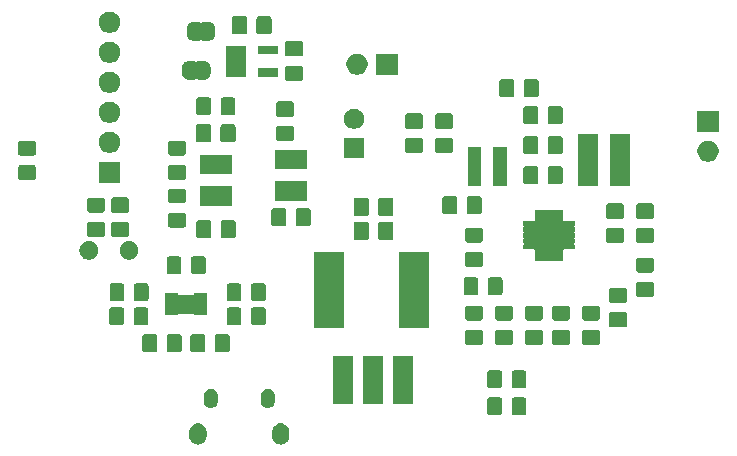
<source format=gbs>
G04 #@! TF.GenerationSoftware,KiCad,Pcbnew,(5.1.6)-1*
G04 #@! TF.CreationDate,2020-11-23T18:00:32+01:00*
G04 #@! TF.ProjectId,Power_module_v1,506f7765-725f-46d6-9f64-756c655f7631,rev?*
G04 #@! TF.SameCoordinates,Original*
G04 #@! TF.FileFunction,Soldermask,Bot*
G04 #@! TF.FilePolarity,Negative*
%FSLAX46Y46*%
G04 Gerber Fmt 4.6, Leading zero omitted, Abs format (unit mm)*
G04 Created by KiCad (PCBNEW (5.1.6)-1) date 2020-11-23 18:00:32*
%MOMM*%
%LPD*%
G01*
G04 APERTURE LIST*
%ADD10C,0.100000*%
G04 APERTURE END LIST*
D10*
G36*
X107831220Y-105586245D02*
G01*
X107968071Y-105627759D01*
X107968074Y-105627760D01*
X108094193Y-105695172D01*
X108204743Y-105785898D01*
X108295468Y-105896446D01*
X108362880Y-106022565D01*
X108362880Y-106022566D01*
X108362881Y-106022568D01*
X108404395Y-106159419D01*
X108414900Y-106266081D01*
X108414900Y-106687398D01*
X108404395Y-106794060D01*
X108373683Y-106895304D01*
X108362880Y-106930916D01*
X108295468Y-107057034D01*
X108204743Y-107167583D01*
X108094194Y-107258308D01*
X107968075Y-107325720D01*
X107968072Y-107325721D01*
X107831221Y-107367235D01*
X107688900Y-107381252D01*
X107546580Y-107367235D01*
X107409729Y-107325721D01*
X107409726Y-107325720D01*
X107283607Y-107258308D01*
X107173058Y-107167583D01*
X107082332Y-107057034D01*
X107014920Y-106930915D01*
X107014919Y-106930912D01*
X106973405Y-106794061D01*
X106962900Y-106687399D01*
X106962900Y-106266082D01*
X106973405Y-106159420D01*
X107014919Y-106022569D01*
X107014920Y-106022566D01*
X107082332Y-105896447D01*
X107173058Y-105785897D01*
X107283606Y-105695172D01*
X107409725Y-105627760D01*
X107409728Y-105627759D01*
X107546579Y-105586245D01*
X107688900Y-105572228D01*
X107831220Y-105586245D01*
G37*
G36*
X114831220Y-105586245D02*
G01*
X114968071Y-105627759D01*
X114968074Y-105627760D01*
X115094193Y-105695172D01*
X115204743Y-105785898D01*
X115295468Y-105896446D01*
X115362880Y-106022565D01*
X115362880Y-106022566D01*
X115362881Y-106022568D01*
X115404395Y-106159419D01*
X115414900Y-106266081D01*
X115414900Y-106687398D01*
X115404395Y-106794060D01*
X115373683Y-106895304D01*
X115362880Y-106930916D01*
X115295468Y-107057034D01*
X115204743Y-107167583D01*
X115094194Y-107258308D01*
X114968075Y-107325720D01*
X114968072Y-107325721D01*
X114831221Y-107367235D01*
X114688900Y-107381252D01*
X114546580Y-107367235D01*
X114409729Y-107325721D01*
X114409726Y-107325720D01*
X114283607Y-107258308D01*
X114173058Y-107167583D01*
X114082332Y-107057034D01*
X114014920Y-106930915D01*
X114014919Y-106930912D01*
X113973405Y-106794061D01*
X113962900Y-106687399D01*
X113962900Y-106266082D01*
X113973405Y-106159420D01*
X114014919Y-106022569D01*
X114014920Y-106022566D01*
X114082332Y-105896447D01*
X114173058Y-105785897D01*
X114283606Y-105695172D01*
X114409725Y-105627760D01*
X114409728Y-105627759D01*
X114546579Y-105586245D01*
X114688900Y-105572228D01*
X114831220Y-105586245D01*
G37*
G36*
X133287674Y-103393465D02*
G01*
X133325367Y-103404899D01*
X133360103Y-103423466D01*
X133390548Y-103448452D01*
X133415534Y-103478897D01*
X133434101Y-103513633D01*
X133445535Y-103551326D01*
X133450000Y-103596661D01*
X133450000Y-104683339D01*
X133445535Y-104728674D01*
X133434101Y-104766367D01*
X133415534Y-104801103D01*
X133390548Y-104831548D01*
X133360103Y-104856534D01*
X133325367Y-104875101D01*
X133287674Y-104886535D01*
X133242339Y-104891000D01*
X132405661Y-104891000D01*
X132360326Y-104886535D01*
X132322633Y-104875101D01*
X132287897Y-104856534D01*
X132257452Y-104831548D01*
X132232466Y-104801103D01*
X132213899Y-104766367D01*
X132202465Y-104728674D01*
X132198000Y-104683339D01*
X132198000Y-103596661D01*
X132202465Y-103551326D01*
X132213899Y-103513633D01*
X132232466Y-103478897D01*
X132257452Y-103448452D01*
X132287897Y-103423466D01*
X132322633Y-103404899D01*
X132360326Y-103393465D01*
X132405661Y-103389000D01*
X133242339Y-103389000D01*
X133287674Y-103393465D01*
G37*
G36*
X135337674Y-103393465D02*
G01*
X135375367Y-103404899D01*
X135410103Y-103423466D01*
X135440548Y-103448452D01*
X135465534Y-103478897D01*
X135484101Y-103513633D01*
X135495535Y-103551326D01*
X135500000Y-103596661D01*
X135500000Y-104683339D01*
X135495535Y-104728674D01*
X135484101Y-104766367D01*
X135465534Y-104801103D01*
X135440548Y-104831548D01*
X135410103Y-104856534D01*
X135375367Y-104875101D01*
X135337674Y-104886535D01*
X135292339Y-104891000D01*
X134455661Y-104891000D01*
X134410326Y-104886535D01*
X134372633Y-104875101D01*
X134337897Y-104856534D01*
X134307452Y-104831548D01*
X134282466Y-104801103D01*
X134263899Y-104766367D01*
X134252465Y-104728674D01*
X134248000Y-104683339D01*
X134248000Y-103596661D01*
X134252465Y-103551326D01*
X134263899Y-103513633D01*
X134282466Y-103478897D01*
X134307452Y-103448452D01*
X134337897Y-103423466D01*
X134372633Y-103404899D01*
X134410326Y-103393465D01*
X134455661Y-103389000D01*
X135292339Y-103389000D01*
X135337674Y-103393465D01*
G37*
G36*
X113726717Y-102684436D02*
G01*
X113840004Y-102718802D01*
X113944411Y-102774609D01*
X113944413Y-102774610D01*
X113944412Y-102774610D01*
X114035927Y-102849713D01*
X114099611Y-102927312D01*
X114111031Y-102941228D01*
X114166838Y-103045635D01*
X114201204Y-103158922D01*
X114209900Y-103247221D01*
X114209900Y-103706258D01*
X114201204Y-103794558D01*
X114166838Y-103907845D01*
X114111031Y-104012252D01*
X114035927Y-104103767D01*
X113944412Y-104178871D01*
X113840005Y-104234678D01*
X113726718Y-104269044D01*
X113608900Y-104280647D01*
X113491083Y-104269044D01*
X113377796Y-104234678D01*
X113273389Y-104178871D01*
X113181874Y-104103767D01*
X113106769Y-104012252D01*
X113050962Y-103907845D01*
X113016596Y-103794558D01*
X113007900Y-103706259D01*
X113007900Y-103247222D01*
X113016596Y-103158923D01*
X113050962Y-103045636D01*
X113106769Y-102941229D01*
X113120238Y-102924817D01*
X113181873Y-102849713D01*
X113273387Y-102774610D01*
X113273386Y-102774610D01*
X113273388Y-102774609D01*
X113377795Y-102718802D01*
X113491082Y-102684436D01*
X113608900Y-102672833D01*
X113726717Y-102684436D01*
G37*
G36*
X108886717Y-102684436D02*
G01*
X109000004Y-102718802D01*
X109104411Y-102774609D01*
X109104413Y-102774610D01*
X109104412Y-102774610D01*
X109195927Y-102849713D01*
X109259611Y-102927312D01*
X109271031Y-102941228D01*
X109326838Y-103045635D01*
X109361204Y-103158922D01*
X109369900Y-103247221D01*
X109369900Y-103706258D01*
X109361204Y-103794558D01*
X109326838Y-103907845D01*
X109271031Y-104012252D01*
X109195927Y-104103767D01*
X109104412Y-104178871D01*
X109000005Y-104234678D01*
X108886718Y-104269044D01*
X108768900Y-104280647D01*
X108651083Y-104269044D01*
X108537796Y-104234678D01*
X108433389Y-104178871D01*
X108341874Y-104103767D01*
X108266769Y-104012252D01*
X108210962Y-103907845D01*
X108176596Y-103794558D01*
X108167900Y-103706259D01*
X108167900Y-103247222D01*
X108176596Y-103158923D01*
X108210962Y-103045636D01*
X108266769Y-102941229D01*
X108280238Y-102924817D01*
X108341873Y-102849713D01*
X108433387Y-102774610D01*
X108433386Y-102774610D01*
X108433388Y-102774609D01*
X108537795Y-102718802D01*
X108651082Y-102684436D01*
X108768900Y-102672833D01*
X108886717Y-102684436D01*
G37*
G36*
X123322280Y-103963420D02*
G01*
X121696280Y-103963420D01*
X121696280Y-99861420D01*
X123322280Y-99861420D01*
X123322280Y-103963420D01*
G37*
G36*
X125862280Y-103963420D02*
G01*
X124236280Y-103963420D01*
X124236280Y-99861420D01*
X125862280Y-99861420D01*
X125862280Y-103963420D01*
G37*
G36*
X120782280Y-103963420D02*
G01*
X119156280Y-103963420D01*
X119156280Y-99861420D01*
X120782280Y-99861420D01*
X120782280Y-103963420D01*
G37*
G36*
X133287674Y-101107465D02*
G01*
X133325367Y-101118899D01*
X133360103Y-101137466D01*
X133390548Y-101162452D01*
X133415534Y-101192897D01*
X133434101Y-101227633D01*
X133445535Y-101265326D01*
X133450000Y-101310661D01*
X133450000Y-102397339D01*
X133445535Y-102442674D01*
X133434101Y-102480367D01*
X133415534Y-102515103D01*
X133390548Y-102545548D01*
X133360103Y-102570534D01*
X133325367Y-102589101D01*
X133287674Y-102600535D01*
X133242339Y-102605000D01*
X132405661Y-102605000D01*
X132360326Y-102600535D01*
X132322633Y-102589101D01*
X132287897Y-102570534D01*
X132257452Y-102545548D01*
X132232466Y-102515103D01*
X132213899Y-102480367D01*
X132202465Y-102442674D01*
X132198000Y-102397339D01*
X132198000Y-101310661D01*
X132202465Y-101265326D01*
X132213899Y-101227633D01*
X132232466Y-101192897D01*
X132257452Y-101162452D01*
X132287897Y-101137466D01*
X132322633Y-101118899D01*
X132360326Y-101107465D01*
X132405661Y-101103000D01*
X133242339Y-101103000D01*
X133287674Y-101107465D01*
G37*
G36*
X135337674Y-101107465D02*
G01*
X135375367Y-101118899D01*
X135410103Y-101137466D01*
X135440548Y-101162452D01*
X135465534Y-101192897D01*
X135484101Y-101227633D01*
X135495535Y-101265326D01*
X135500000Y-101310661D01*
X135500000Y-102397339D01*
X135495535Y-102442674D01*
X135484101Y-102480367D01*
X135465534Y-102515103D01*
X135440548Y-102545548D01*
X135410103Y-102570534D01*
X135375367Y-102589101D01*
X135337674Y-102600535D01*
X135292339Y-102605000D01*
X134455661Y-102605000D01*
X134410326Y-102600535D01*
X134372633Y-102589101D01*
X134337897Y-102570534D01*
X134307452Y-102545548D01*
X134282466Y-102515103D01*
X134263899Y-102480367D01*
X134252465Y-102442674D01*
X134248000Y-102397339D01*
X134248000Y-101310661D01*
X134252465Y-101265326D01*
X134263899Y-101227633D01*
X134282466Y-101192897D01*
X134307452Y-101162452D01*
X134337897Y-101137466D01*
X134372633Y-101118899D01*
X134410326Y-101107465D01*
X134455661Y-101103000D01*
X135292339Y-101103000D01*
X135337674Y-101107465D01*
G37*
G36*
X104087983Y-98034434D02*
G01*
X104125372Y-98045776D01*
X104159826Y-98064191D01*
X104190025Y-98088975D01*
X104214809Y-98119174D01*
X104233224Y-98153628D01*
X104244566Y-98191017D01*
X104249000Y-98236035D01*
X104249000Y-99375965D01*
X104244566Y-99420983D01*
X104233224Y-99458372D01*
X104214809Y-99492826D01*
X104190025Y-99523025D01*
X104159826Y-99547809D01*
X104125372Y-99566224D01*
X104087983Y-99577566D01*
X104042965Y-99582000D01*
X103178035Y-99582000D01*
X103133017Y-99577566D01*
X103095628Y-99566224D01*
X103061174Y-99547809D01*
X103030975Y-99523025D01*
X103006191Y-99492826D01*
X102987776Y-99458372D01*
X102976434Y-99420983D01*
X102972000Y-99375965D01*
X102972000Y-98236035D01*
X102976434Y-98191017D01*
X102987776Y-98153628D01*
X103006191Y-98119174D01*
X103030975Y-98088975D01*
X103061174Y-98064191D01*
X103095628Y-98045776D01*
X103133017Y-98034434D01*
X103178035Y-98030000D01*
X104042965Y-98030000D01*
X104087983Y-98034434D01*
G37*
G36*
X110226983Y-98034434D02*
G01*
X110264372Y-98045776D01*
X110298826Y-98064191D01*
X110329025Y-98088975D01*
X110353809Y-98119174D01*
X110372224Y-98153628D01*
X110383566Y-98191017D01*
X110388000Y-98236035D01*
X110388000Y-99375965D01*
X110383566Y-99420983D01*
X110372224Y-99458372D01*
X110353809Y-99492826D01*
X110329025Y-99523025D01*
X110298826Y-99547809D01*
X110264372Y-99566224D01*
X110226983Y-99577566D01*
X110181965Y-99582000D01*
X109317035Y-99582000D01*
X109272017Y-99577566D01*
X109234628Y-99566224D01*
X109200174Y-99547809D01*
X109169975Y-99523025D01*
X109145191Y-99492826D01*
X109126776Y-99458372D01*
X109115434Y-99420983D01*
X109111000Y-99375965D01*
X109111000Y-98236035D01*
X109115434Y-98191017D01*
X109126776Y-98153628D01*
X109145191Y-98119174D01*
X109169975Y-98088975D01*
X109200174Y-98064191D01*
X109234628Y-98045776D01*
X109272017Y-98034434D01*
X109317035Y-98030000D01*
X110181965Y-98030000D01*
X110226983Y-98034434D01*
G37*
G36*
X108151983Y-98034434D02*
G01*
X108189372Y-98045776D01*
X108223826Y-98064191D01*
X108254025Y-98088975D01*
X108278809Y-98119174D01*
X108297224Y-98153628D01*
X108308566Y-98191017D01*
X108313000Y-98236035D01*
X108313000Y-99375965D01*
X108308566Y-99420983D01*
X108297224Y-99458372D01*
X108278809Y-99492826D01*
X108254025Y-99523025D01*
X108223826Y-99547809D01*
X108189372Y-99566224D01*
X108151983Y-99577566D01*
X108106965Y-99582000D01*
X107242035Y-99582000D01*
X107197017Y-99577566D01*
X107159628Y-99566224D01*
X107125174Y-99547809D01*
X107094975Y-99523025D01*
X107070191Y-99492826D01*
X107051776Y-99458372D01*
X107040434Y-99420983D01*
X107036000Y-99375965D01*
X107036000Y-98236035D01*
X107040434Y-98191017D01*
X107051776Y-98153628D01*
X107070191Y-98119174D01*
X107094975Y-98088975D01*
X107125174Y-98064191D01*
X107159628Y-98045776D01*
X107197017Y-98034434D01*
X107242035Y-98030000D01*
X108106965Y-98030000D01*
X108151983Y-98034434D01*
G37*
G36*
X106162983Y-98034434D02*
G01*
X106200372Y-98045776D01*
X106234826Y-98064191D01*
X106265025Y-98088975D01*
X106289809Y-98119174D01*
X106308224Y-98153628D01*
X106319566Y-98191017D01*
X106324000Y-98236035D01*
X106324000Y-99375965D01*
X106319566Y-99420983D01*
X106308224Y-99458372D01*
X106289809Y-99492826D01*
X106265025Y-99523025D01*
X106234826Y-99547809D01*
X106200372Y-99566224D01*
X106162983Y-99577566D01*
X106117965Y-99582000D01*
X105253035Y-99582000D01*
X105208017Y-99577566D01*
X105170628Y-99566224D01*
X105136174Y-99547809D01*
X105105975Y-99523025D01*
X105081191Y-99492826D01*
X105062776Y-99458372D01*
X105051434Y-99420983D01*
X105047000Y-99375965D01*
X105047000Y-98236035D01*
X105051434Y-98191017D01*
X105062776Y-98153628D01*
X105081191Y-98119174D01*
X105105975Y-98088975D01*
X105136174Y-98064191D01*
X105170628Y-98045776D01*
X105208017Y-98034434D01*
X105253035Y-98030000D01*
X106117965Y-98030000D01*
X106162983Y-98034434D01*
G37*
G36*
X139018674Y-97685465D02*
G01*
X139056367Y-97696899D01*
X139091103Y-97715466D01*
X139121548Y-97740452D01*
X139146534Y-97770897D01*
X139165101Y-97805633D01*
X139176535Y-97843326D01*
X139181000Y-97888661D01*
X139181000Y-98725339D01*
X139176535Y-98770674D01*
X139165101Y-98808367D01*
X139146534Y-98843103D01*
X139121548Y-98873548D01*
X139091103Y-98898534D01*
X139056367Y-98917101D01*
X139018674Y-98928535D01*
X138973339Y-98933000D01*
X137886661Y-98933000D01*
X137841326Y-98928535D01*
X137803633Y-98917101D01*
X137768897Y-98898534D01*
X137738452Y-98873548D01*
X137713466Y-98843103D01*
X137694899Y-98808367D01*
X137683465Y-98770674D01*
X137679000Y-98725339D01*
X137679000Y-97888661D01*
X137683465Y-97843326D01*
X137694899Y-97805633D01*
X137713466Y-97770897D01*
X137738452Y-97740452D01*
X137768897Y-97715466D01*
X137803633Y-97696899D01*
X137841326Y-97685465D01*
X137886661Y-97681000D01*
X138973339Y-97681000D01*
X139018674Y-97685465D01*
G37*
G36*
X134192674Y-97685465D02*
G01*
X134230367Y-97696899D01*
X134265103Y-97715466D01*
X134295548Y-97740452D01*
X134320534Y-97770897D01*
X134339101Y-97805633D01*
X134350535Y-97843326D01*
X134355000Y-97888661D01*
X134355000Y-98725339D01*
X134350535Y-98770674D01*
X134339101Y-98808367D01*
X134320534Y-98843103D01*
X134295548Y-98873548D01*
X134265103Y-98898534D01*
X134230367Y-98917101D01*
X134192674Y-98928535D01*
X134147339Y-98933000D01*
X133060661Y-98933000D01*
X133015326Y-98928535D01*
X132977633Y-98917101D01*
X132942897Y-98898534D01*
X132912452Y-98873548D01*
X132887466Y-98843103D01*
X132868899Y-98808367D01*
X132857465Y-98770674D01*
X132853000Y-98725339D01*
X132853000Y-97888661D01*
X132857465Y-97843326D01*
X132868899Y-97805633D01*
X132887466Y-97770897D01*
X132912452Y-97740452D01*
X132942897Y-97715466D01*
X132977633Y-97696899D01*
X133015326Y-97685465D01*
X133060661Y-97681000D01*
X134147339Y-97681000D01*
X134192674Y-97685465D01*
G37*
G36*
X131652674Y-97685465D02*
G01*
X131690367Y-97696899D01*
X131725103Y-97715466D01*
X131755548Y-97740452D01*
X131780534Y-97770897D01*
X131799101Y-97805633D01*
X131810535Y-97843326D01*
X131815000Y-97888661D01*
X131815000Y-98725339D01*
X131810535Y-98770674D01*
X131799101Y-98808367D01*
X131780534Y-98843103D01*
X131755548Y-98873548D01*
X131725103Y-98898534D01*
X131690367Y-98917101D01*
X131652674Y-98928535D01*
X131607339Y-98933000D01*
X130520661Y-98933000D01*
X130475326Y-98928535D01*
X130437633Y-98917101D01*
X130402897Y-98898534D01*
X130372452Y-98873548D01*
X130347466Y-98843103D01*
X130328899Y-98808367D01*
X130317465Y-98770674D01*
X130313000Y-98725339D01*
X130313000Y-97888661D01*
X130317465Y-97843326D01*
X130328899Y-97805633D01*
X130347466Y-97770897D01*
X130372452Y-97740452D01*
X130402897Y-97715466D01*
X130437633Y-97696899D01*
X130475326Y-97685465D01*
X130520661Y-97681000D01*
X131607339Y-97681000D01*
X131652674Y-97685465D01*
G37*
G36*
X141558674Y-97685465D02*
G01*
X141596367Y-97696899D01*
X141631103Y-97715466D01*
X141661548Y-97740452D01*
X141686534Y-97770897D01*
X141705101Y-97805633D01*
X141716535Y-97843326D01*
X141721000Y-97888661D01*
X141721000Y-98725339D01*
X141716535Y-98770674D01*
X141705101Y-98808367D01*
X141686534Y-98843103D01*
X141661548Y-98873548D01*
X141631103Y-98898534D01*
X141596367Y-98917101D01*
X141558674Y-98928535D01*
X141513339Y-98933000D01*
X140426661Y-98933000D01*
X140381326Y-98928535D01*
X140343633Y-98917101D01*
X140308897Y-98898534D01*
X140278452Y-98873548D01*
X140253466Y-98843103D01*
X140234899Y-98808367D01*
X140223465Y-98770674D01*
X140219000Y-98725339D01*
X140219000Y-97888661D01*
X140223465Y-97843326D01*
X140234899Y-97805633D01*
X140253466Y-97770897D01*
X140278452Y-97740452D01*
X140308897Y-97715466D01*
X140343633Y-97696899D01*
X140381326Y-97685465D01*
X140426661Y-97681000D01*
X141513339Y-97681000D01*
X141558674Y-97685465D01*
G37*
G36*
X136732674Y-97685465D02*
G01*
X136770367Y-97696899D01*
X136805103Y-97715466D01*
X136835548Y-97740452D01*
X136860534Y-97770897D01*
X136879101Y-97805633D01*
X136890535Y-97843326D01*
X136895000Y-97888661D01*
X136895000Y-98725339D01*
X136890535Y-98770674D01*
X136879101Y-98808367D01*
X136860534Y-98843103D01*
X136835548Y-98873548D01*
X136805103Y-98898534D01*
X136770367Y-98917101D01*
X136732674Y-98928535D01*
X136687339Y-98933000D01*
X135600661Y-98933000D01*
X135555326Y-98928535D01*
X135517633Y-98917101D01*
X135482897Y-98898534D01*
X135452452Y-98873548D01*
X135427466Y-98843103D01*
X135408899Y-98808367D01*
X135397465Y-98770674D01*
X135393000Y-98725339D01*
X135393000Y-97888661D01*
X135397465Y-97843326D01*
X135408899Y-97805633D01*
X135427466Y-97770897D01*
X135452452Y-97740452D01*
X135482897Y-97715466D01*
X135517633Y-97696899D01*
X135555326Y-97685465D01*
X135600661Y-97681000D01*
X136687339Y-97681000D01*
X136732674Y-97685465D01*
G37*
G36*
X127285000Y-97506000D02*
G01*
X124683000Y-97506000D01*
X124683000Y-91104000D01*
X127285000Y-91104000D01*
X127285000Y-97506000D01*
G37*
G36*
X120085000Y-97506000D02*
G01*
X117483000Y-97506000D01*
X117483000Y-91104000D01*
X120085000Y-91104000D01*
X120085000Y-97506000D01*
G37*
G36*
X143870983Y-96182934D02*
G01*
X143908372Y-96194276D01*
X143942826Y-96212691D01*
X143973025Y-96237475D01*
X143997809Y-96267674D01*
X144016224Y-96302128D01*
X144027566Y-96339517D01*
X144032000Y-96384535D01*
X144032000Y-97249465D01*
X144027566Y-97294483D01*
X144016224Y-97331872D01*
X143997809Y-97366326D01*
X143973025Y-97396525D01*
X143942826Y-97421309D01*
X143908372Y-97439724D01*
X143870983Y-97451066D01*
X143825965Y-97455500D01*
X142686035Y-97455500D01*
X142641017Y-97451066D01*
X142603628Y-97439724D01*
X142569174Y-97421309D01*
X142538975Y-97396525D01*
X142514191Y-97366326D01*
X142495776Y-97331872D01*
X142484434Y-97294483D01*
X142480000Y-97249465D01*
X142480000Y-96384535D01*
X142484434Y-96339517D01*
X142495776Y-96302128D01*
X142514191Y-96267674D01*
X142538975Y-96237475D01*
X142569174Y-96212691D01*
X142603628Y-96194276D01*
X142641017Y-96182934D01*
X142686035Y-96178500D01*
X143825965Y-96178500D01*
X143870983Y-96182934D01*
G37*
G36*
X101283674Y-95773465D02*
G01*
X101321367Y-95784899D01*
X101356103Y-95803466D01*
X101386548Y-95828452D01*
X101411534Y-95858897D01*
X101430101Y-95893633D01*
X101441535Y-95931326D01*
X101446000Y-95976661D01*
X101446000Y-97063339D01*
X101441535Y-97108674D01*
X101430101Y-97146367D01*
X101411534Y-97181103D01*
X101386548Y-97211548D01*
X101356103Y-97236534D01*
X101321367Y-97255101D01*
X101283674Y-97266535D01*
X101238339Y-97271000D01*
X100401661Y-97271000D01*
X100356326Y-97266535D01*
X100318633Y-97255101D01*
X100283897Y-97236534D01*
X100253452Y-97211548D01*
X100228466Y-97181103D01*
X100209899Y-97146367D01*
X100198465Y-97108674D01*
X100194000Y-97063339D01*
X100194000Y-95976661D01*
X100198465Y-95931326D01*
X100209899Y-95893633D01*
X100228466Y-95858897D01*
X100253452Y-95828452D01*
X100283897Y-95803466D01*
X100318633Y-95784899D01*
X100356326Y-95773465D01*
X100401661Y-95769000D01*
X101238339Y-95769000D01*
X101283674Y-95773465D01*
G37*
G36*
X113257674Y-95773465D02*
G01*
X113295367Y-95784899D01*
X113330103Y-95803466D01*
X113360548Y-95828452D01*
X113385534Y-95858897D01*
X113404101Y-95893633D01*
X113415535Y-95931326D01*
X113420000Y-95976661D01*
X113420000Y-97063339D01*
X113415535Y-97108674D01*
X113404101Y-97146367D01*
X113385534Y-97181103D01*
X113360548Y-97211548D01*
X113330103Y-97236534D01*
X113295367Y-97255101D01*
X113257674Y-97266535D01*
X113212339Y-97271000D01*
X112375661Y-97271000D01*
X112330326Y-97266535D01*
X112292633Y-97255101D01*
X112257897Y-97236534D01*
X112227452Y-97211548D01*
X112202466Y-97181103D01*
X112183899Y-97146367D01*
X112172465Y-97108674D01*
X112168000Y-97063339D01*
X112168000Y-95976661D01*
X112172465Y-95931326D01*
X112183899Y-95893633D01*
X112202466Y-95858897D01*
X112227452Y-95828452D01*
X112257897Y-95803466D01*
X112292633Y-95784899D01*
X112330326Y-95773465D01*
X112375661Y-95769000D01*
X113212339Y-95769000D01*
X113257674Y-95773465D01*
G37*
G36*
X111207674Y-95773465D02*
G01*
X111245367Y-95784899D01*
X111280103Y-95803466D01*
X111310548Y-95828452D01*
X111335534Y-95858897D01*
X111354101Y-95893633D01*
X111365535Y-95931326D01*
X111370000Y-95976661D01*
X111370000Y-97063339D01*
X111365535Y-97108674D01*
X111354101Y-97146367D01*
X111335534Y-97181103D01*
X111310548Y-97211548D01*
X111280103Y-97236534D01*
X111245367Y-97255101D01*
X111207674Y-97266535D01*
X111162339Y-97271000D01*
X110325661Y-97271000D01*
X110280326Y-97266535D01*
X110242633Y-97255101D01*
X110207897Y-97236534D01*
X110177452Y-97211548D01*
X110152466Y-97181103D01*
X110133899Y-97146367D01*
X110122465Y-97108674D01*
X110118000Y-97063339D01*
X110118000Y-95976661D01*
X110122465Y-95931326D01*
X110133899Y-95893633D01*
X110152466Y-95858897D01*
X110177452Y-95828452D01*
X110207897Y-95803466D01*
X110242633Y-95784899D01*
X110280326Y-95773465D01*
X110325661Y-95769000D01*
X111162339Y-95769000D01*
X111207674Y-95773465D01*
G37*
G36*
X103333674Y-95773465D02*
G01*
X103371367Y-95784899D01*
X103406103Y-95803466D01*
X103436548Y-95828452D01*
X103461534Y-95858897D01*
X103480101Y-95893633D01*
X103491535Y-95931326D01*
X103496000Y-95976661D01*
X103496000Y-97063339D01*
X103491535Y-97108674D01*
X103480101Y-97146367D01*
X103461534Y-97181103D01*
X103436548Y-97211548D01*
X103406103Y-97236534D01*
X103371367Y-97255101D01*
X103333674Y-97266535D01*
X103288339Y-97271000D01*
X102451661Y-97271000D01*
X102406326Y-97266535D01*
X102368633Y-97255101D01*
X102333897Y-97236534D01*
X102303452Y-97211548D01*
X102278466Y-97181103D01*
X102259899Y-97146367D01*
X102248465Y-97108674D01*
X102244000Y-97063339D01*
X102244000Y-95976661D01*
X102248465Y-95931326D01*
X102259899Y-95893633D01*
X102278466Y-95858897D01*
X102303452Y-95828452D01*
X102333897Y-95803466D01*
X102368633Y-95784899D01*
X102406326Y-95773465D01*
X102451661Y-95769000D01*
X103288339Y-95769000D01*
X103333674Y-95773465D01*
G37*
G36*
X139018674Y-95635465D02*
G01*
X139056367Y-95646899D01*
X139091103Y-95665466D01*
X139121548Y-95690452D01*
X139146534Y-95720897D01*
X139165101Y-95755633D01*
X139176535Y-95793326D01*
X139181000Y-95838661D01*
X139181000Y-96675339D01*
X139176535Y-96720674D01*
X139165101Y-96758367D01*
X139146534Y-96793103D01*
X139121548Y-96823548D01*
X139091103Y-96848534D01*
X139056367Y-96867101D01*
X139018674Y-96878535D01*
X138973339Y-96883000D01*
X137886661Y-96883000D01*
X137841326Y-96878535D01*
X137803633Y-96867101D01*
X137768897Y-96848534D01*
X137738452Y-96823548D01*
X137713466Y-96793103D01*
X137694899Y-96758367D01*
X137683465Y-96720674D01*
X137679000Y-96675339D01*
X137679000Y-95838661D01*
X137683465Y-95793326D01*
X137694899Y-95755633D01*
X137713466Y-95720897D01*
X137738452Y-95690452D01*
X137768897Y-95665466D01*
X137803633Y-95646899D01*
X137841326Y-95635465D01*
X137886661Y-95631000D01*
X138973339Y-95631000D01*
X139018674Y-95635465D01*
G37*
G36*
X141558674Y-95635465D02*
G01*
X141596367Y-95646899D01*
X141631103Y-95665466D01*
X141661548Y-95690452D01*
X141686534Y-95720897D01*
X141705101Y-95755633D01*
X141716535Y-95793326D01*
X141721000Y-95838661D01*
X141721000Y-96675339D01*
X141716535Y-96720674D01*
X141705101Y-96758367D01*
X141686534Y-96793103D01*
X141661548Y-96823548D01*
X141631103Y-96848534D01*
X141596367Y-96867101D01*
X141558674Y-96878535D01*
X141513339Y-96883000D01*
X140426661Y-96883000D01*
X140381326Y-96878535D01*
X140343633Y-96867101D01*
X140308897Y-96848534D01*
X140278452Y-96823548D01*
X140253466Y-96793103D01*
X140234899Y-96758367D01*
X140223465Y-96720674D01*
X140219000Y-96675339D01*
X140219000Y-95838661D01*
X140223465Y-95793326D01*
X140234899Y-95755633D01*
X140253466Y-95720897D01*
X140278452Y-95690452D01*
X140308897Y-95665466D01*
X140343633Y-95646899D01*
X140381326Y-95635465D01*
X140426661Y-95631000D01*
X141513339Y-95631000D01*
X141558674Y-95635465D01*
G37*
G36*
X131652674Y-95635465D02*
G01*
X131690367Y-95646899D01*
X131725103Y-95665466D01*
X131755548Y-95690452D01*
X131780534Y-95720897D01*
X131799101Y-95755633D01*
X131810535Y-95793326D01*
X131815000Y-95838661D01*
X131815000Y-96675339D01*
X131810535Y-96720674D01*
X131799101Y-96758367D01*
X131780534Y-96793103D01*
X131755548Y-96823548D01*
X131725103Y-96848534D01*
X131690367Y-96867101D01*
X131652674Y-96878535D01*
X131607339Y-96883000D01*
X130520661Y-96883000D01*
X130475326Y-96878535D01*
X130437633Y-96867101D01*
X130402897Y-96848534D01*
X130372452Y-96823548D01*
X130347466Y-96793103D01*
X130328899Y-96758367D01*
X130317465Y-96720674D01*
X130313000Y-96675339D01*
X130313000Y-95838661D01*
X130317465Y-95793326D01*
X130328899Y-95755633D01*
X130347466Y-95720897D01*
X130372452Y-95690452D01*
X130402897Y-95665466D01*
X130437633Y-95646899D01*
X130475326Y-95635465D01*
X130520661Y-95631000D01*
X131607339Y-95631000D01*
X131652674Y-95635465D01*
G37*
G36*
X134192674Y-95635465D02*
G01*
X134230367Y-95646899D01*
X134265103Y-95665466D01*
X134295548Y-95690452D01*
X134320534Y-95720897D01*
X134339101Y-95755633D01*
X134350535Y-95793326D01*
X134355000Y-95838661D01*
X134355000Y-96675339D01*
X134350535Y-96720674D01*
X134339101Y-96758367D01*
X134320534Y-96793103D01*
X134295548Y-96823548D01*
X134265103Y-96848534D01*
X134230367Y-96867101D01*
X134192674Y-96878535D01*
X134147339Y-96883000D01*
X133060661Y-96883000D01*
X133015326Y-96878535D01*
X132977633Y-96867101D01*
X132942897Y-96848534D01*
X132912452Y-96823548D01*
X132887466Y-96793103D01*
X132868899Y-96758367D01*
X132857465Y-96720674D01*
X132853000Y-96675339D01*
X132853000Y-95838661D01*
X132857465Y-95793326D01*
X132868899Y-95755633D01*
X132887466Y-95720897D01*
X132912452Y-95690452D01*
X132942897Y-95665466D01*
X132977633Y-95646899D01*
X133015326Y-95635465D01*
X133060661Y-95631000D01*
X134147339Y-95631000D01*
X134192674Y-95635465D01*
G37*
G36*
X136732674Y-95635465D02*
G01*
X136770367Y-95646899D01*
X136805103Y-95665466D01*
X136835548Y-95690452D01*
X136860534Y-95720897D01*
X136879101Y-95755633D01*
X136890535Y-95793326D01*
X136895000Y-95838661D01*
X136895000Y-96675339D01*
X136890535Y-96720674D01*
X136879101Y-96758367D01*
X136860534Y-96793103D01*
X136835548Y-96823548D01*
X136805103Y-96848534D01*
X136770367Y-96867101D01*
X136732674Y-96878535D01*
X136687339Y-96883000D01*
X135600661Y-96883000D01*
X135555326Y-96878535D01*
X135517633Y-96867101D01*
X135482897Y-96848534D01*
X135452452Y-96823548D01*
X135427466Y-96793103D01*
X135408899Y-96758367D01*
X135397465Y-96720674D01*
X135393000Y-96675339D01*
X135393000Y-95838661D01*
X135397465Y-95793326D01*
X135408899Y-95755633D01*
X135427466Y-95720897D01*
X135452452Y-95690452D01*
X135482897Y-95665466D01*
X135517633Y-95646899D01*
X135555326Y-95635465D01*
X135600661Y-95631000D01*
X136687339Y-95631000D01*
X136732674Y-95635465D01*
G37*
G36*
X105981000Y-94578001D02*
G01*
X105983402Y-94602387D01*
X105990515Y-94625836D01*
X106002066Y-94647447D01*
X106017611Y-94666389D01*
X106036553Y-94681934D01*
X106058164Y-94693485D01*
X106081613Y-94700598D01*
X106105999Y-94703000D01*
X107254001Y-94703000D01*
X107278387Y-94700598D01*
X107301836Y-94693485D01*
X107323447Y-94681934D01*
X107342389Y-94666389D01*
X107357934Y-94647447D01*
X107369485Y-94625836D01*
X107376598Y-94602387D01*
X107379000Y-94578001D01*
X107379000Y-94553000D01*
X108481000Y-94553000D01*
X108481000Y-96455000D01*
X107379000Y-96455000D01*
X107379000Y-96429999D01*
X107376598Y-96405613D01*
X107369485Y-96382164D01*
X107357934Y-96360553D01*
X107342389Y-96341611D01*
X107323447Y-96326066D01*
X107301836Y-96314515D01*
X107278387Y-96307402D01*
X107254001Y-96305000D01*
X106105999Y-96305000D01*
X106081613Y-96307402D01*
X106058164Y-96314515D01*
X106036553Y-96326066D01*
X106017611Y-96341611D01*
X106002066Y-96360553D01*
X105990515Y-96382164D01*
X105983402Y-96405613D01*
X105981000Y-96429999D01*
X105981000Y-96455000D01*
X104879000Y-96455000D01*
X104879000Y-94553000D01*
X105981000Y-94553000D01*
X105981000Y-94578001D01*
G37*
G36*
X143870983Y-94107934D02*
G01*
X143908372Y-94119276D01*
X143942826Y-94137691D01*
X143973025Y-94162475D01*
X143997809Y-94192674D01*
X144016224Y-94227128D01*
X144027566Y-94264517D01*
X144032000Y-94309535D01*
X144032000Y-95174465D01*
X144027566Y-95219483D01*
X144016224Y-95256872D01*
X143997809Y-95291326D01*
X143973025Y-95321525D01*
X143942826Y-95346309D01*
X143908372Y-95364724D01*
X143870983Y-95376066D01*
X143825965Y-95380500D01*
X142686035Y-95380500D01*
X142641017Y-95376066D01*
X142603628Y-95364724D01*
X142569174Y-95346309D01*
X142538975Y-95321525D01*
X142514191Y-95291326D01*
X142495776Y-95256872D01*
X142484434Y-95219483D01*
X142480000Y-95174465D01*
X142480000Y-94309535D01*
X142484434Y-94264517D01*
X142495776Y-94227128D01*
X142514191Y-94192674D01*
X142538975Y-94162475D01*
X142569174Y-94137691D01*
X142603628Y-94119276D01*
X142641017Y-94107934D01*
X142686035Y-94103500D01*
X143825965Y-94103500D01*
X143870983Y-94107934D01*
G37*
G36*
X113257674Y-93741465D02*
G01*
X113295367Y-93752899D01*
X113330103Y-93771466D01*
X113360548Y-93796452D01*
X113385534Y-93826897D01*
X113404101Y-93861633D01*
X113415535Y-93899326D01*
X113420000Y-93944661D01*
X113420000Y-95031339D01*
X113415535Y-95076674D01*
X113404101Y-95114367D01*
X113385534Y-95149103D01*
X113360548Y-95179548D01*
X113330103Y-95204534D01*
X113295367Y-95223101D01*
X113257674Y-95234535D01*
X113212339Y-95239000D01*
X112375661Y-95239000D01*
X112330326Y-95234535D01*
X112292633Y-95223101D01*
X112257897Y-95204534D01*
X112227452Y-95179548D01*
X112202466Y-95149103D01*
X112183899Y-95114367D01*
X112172465Y-95076674D01*
X112168000Y-95031339D01*
X112168000Y-93944661D01*
X112172465Y-93899326D01*
X112183899Y-93861633D01*
X112202466Y-93826897D01*
X112227452Y-93796452D01*
X112257897Y-93771466D01*
X112292633Y-93752899D01*
X112330326Y-93741465D01*
X112375661Y-93737000D01*
X113212339Y-93737000D01*
X113257674Y-93741465D01*
G37*
G36*
X111207674Y-93741465D02*
G01*
X111245367Y-93752899D01*
X111280103Y-93771466D01*
X111310548Y-93796452D01*
X111335534Y-93826897D01*
X111354101Y-93861633D01*
X111365535Y-93899326D01*
X111370000Y-93944661D01*
X111370000Y-95031339D01*
X111365535Y-95076674D01*
X111354101Y-95114367D01*
X111335534Y-95149103D01*
X111310548Y-95179548D01*
X111280103Y-95204534D01*
X111245367Y-95223101D01*
X111207674Y-95234535D01*
X111162339Y-95239000D01*
X110325661Y-95239000D01*
X110280326Y-95234535D01*
X110242633Y-95223101D01*
X110207897Y-95204534D01*
X110177452Y-95179548D01*
X110152466Y-95149103D01*
X110133899Y-95114367D01*
X110122465Y-95076674D01*
X110118000Y-95031339D01*
X110118000Y-93944661D01*
X110122465Y-93899326D01*
X110133899Y-93861633D01*
X110152466Y-93826897D01*
X110177452Y-93796452D01*
X110207897Y-93771466D01*
X110242633Y-93752899D01*
X110280326Y-93741465D01*
X110325661Y-93737000D01*
X111162339Y-93737000D01*
X111207674Y-93741465D01*
G37*
G36*
X101292674Y-93741465D02*
G01*
X101330367Y-93752899D01*
X101365103Y-93771466D01*
X101395548Y-93796452D01*
X101420534Y-93826897D01*
X101439101Y-93861633D01*
X101450535Y-93899326D01*
X101455000Y-93944661D01*
X101455000Y-95031339D01*
X101450535Y-95076674D01*
X101439101Y-95114367D01*
X101420534Y-95149103D01*
X101395548Y-95179548D01*
X101365103Y-95204534D01*
X101330367Y-95223101D01*
X101292674Y-95234535D01*
X101247339Y-95239000D01*
X100410661Y-95239000D01*
X100365326Y-95234535D01*
X100327633Y-95223101D01*
X100292897Y-95204534D01*
X100262452Y-95179548D01*
X100237466Y-95149103D01*
X100218899Y-95114367D01*
X100207465Y-95076674D01*
X100203000Y-95031339D01*
X100203000Y-93944661D01*
X100207465Y-93899326D01*
X100218899Y-93861633D01*
X100237466Y-93826897D01*
X100262452Y-93796452D01*
X100292897Y-93771466D01*
X100327633Y-93752899D01*
X100365326Y-93741465D01*
X100410661Y-93737000D01*
X101247339Y-93737000D01*
X101292674Y-93741465D01*
G37*
G36*
X103342674Y-93741465D02*
G01*
X103380367Y-93752899D01*
X103415103Y-93771466D01*
X103445548Y-93796452D01*
X103470534Y-93826897D01*
X103489101Y-93861633D01*
X103500535Y-93899326D01*
X103505000Y-93944661D01*
X103505000Y-95031339D01*
X103500535Y-95076674D01*
X103489101Y-95114367D01*
X103470534Y-95149103D01*
X103445548Y-95179548D01*
X103415103Y-95204534D01*
X103380367Y-95223101D01*
X103342674Y-95234535D01*
X103297339Y-95239000D01*
X102460661Y-95239000D01*
X102415326Y-95234535D01*
X102377633Y-95223101D01*
X102342897Y-95204534D01*
X102312452Y-95179548D01*
X102287466Y-95149103D01*
X102268899Y-95114367D01*
X102257465Y-95076674D01*
X102253000Y-95031339D01*
X102253000Y-93944661D01*
X102257465Y-93899326D01*
X102268899Y-93861633D01*
X102287466Y-93826897D01*
X102312452Y-93796452D01*
X102342897Y-93771466D01*
X102377633Y-93752899D01*
X102415326Y-93741465D01*
X102460661Y-93737000D01*
X103297339Y-93737000D01*
X103342674Y-93741465D01*
G37*
G36*
X146130674Y-93621465D02*
G01*
X146168367Y-93632899D01*
X146203103Y-93651466D01*
X146233548Y-93676452D01*
X146258534Y-93706897D01*
X146277101Y-93741633D01*
X146288535Y-93779326D01*
X146293000Y-93824661D01*
X146293000Y-94661339D01*
X146288535Y-94706674D01*
X146277101Y-94744367D01*
X146258534Y-94779103D01*
X146233548Y-94809548D01*
X146203103Y-94834534D01*
X146168367Y-94853101D01*
X146130674Y-94864535D01*
X146085339Y-94869000D01*
X144998661Y-94869000D01*
X144953326Y-94864535D01*
X144915633Y-94853101D01*
X144880897Y-94834534D01*
X144850452Y-94809548D01*
X144825466Y-94779103D01*
X144806899Y-94744367D01*
X144795465Y-94706674D01*
X144791000Y-94661339D01*
X144791000Y-93824661D01*
X144795465Y-93779326D01*
X144806899Y-93741633D01*
X144825466Y-93706897D01*
X144850452Y-93676452D01*
X144880897Y-93651466D01*
X144915633Y-93632899D01*
X144953326Y-93621465D01*
X144998661Y-93617000D01*
X146085339Y-93617000D01*
X146130674Y-93621465D01*
G37*
G36*
X133314674Y-93233465D02*
G01*
X133352367Y-93244899D01*
X133387103Y-93263466D01*
X133417548Y-93288452D01*
X133442534Y-93318897D01*
X133461101Y-93353633D01*
X133472535Y-93391326D01*
X133477000Y-93436661D01*
X133477000Y-94523339D01*
X133472535Y-94568674D01*
X133461101Y-94606367D01*
X133442534Y-94641103D01*
X133417548Y-94671548D01*
X133387103Y-94696534D01*
X133352367Y-94715101D01*
X133314674Y-94726535D01*
X133269339Y-94731000D01*
X132432661Y-94731000D01*
X132387326Y-94726535D01*
X132349633Y-94715101D01*
X132314897Y-94696534D01*
X132284452Y-94671548D01*
X132259466Y-94641103D01*
X132240899Y-94606367D01*
X132229465Y-94568674D01*
X132225000Y-94523339D01*
X132225000Y-93436661D01*
X132229465Y-93391326D01*
X132240899Y-93353633D01*
X132259466Y-93318897D01*
X132284452Y-93288452D01*
X132314897Y-93263466D01*
X132349633Y-93244899D01*
X132387326Y-93233465D01*
X132432661Y-93229000D01*
X133269339Y-93229000D01*
X133314674Y-93233465D01*
G37*
G36*
X131264674Y-93233465D02*
G01*
X131302367Y-93244899D01*
X131337103Y-93263466D01*
X131367548Y-93288452D01*
X131392534Y-93318897D01*
X131411101Y-93353633D01*
X131422535Y-93391326D01*
X131427000Y-93436661D01*
X131427000Y-94523339D01*
X131422535Y-94568674D01*
X131411101Y-94606367D01*
X131392534Y-94641103D01*
X131367548Y-94671548D01*
X131337103Y-94696534D01*
X131302367Y-94715101D01*
X131264674Y-94726535D01*
X131219339Y-94731000D01*
X130382661Y-94731000D01*
X130337326Y-94726535D01*
X130299633Y-94715101D01*
X130264897Y-94696534D01*
X130234452Y-94671548D01*
X130209466Y-94641103D01*
X130190899Y-94606367D01*
X130179465Y-94568674D01*
X130175000Y-94523339D01*
X130175000Y-93436661D01*
X130179465Y-93391326D01*
X130190899Y-93353633D01*
X130209466Y-93318897D01*
X130234452Y-93288452D01*
X130264897Y-93263466D01*
X130299633Y-93244899D01*
X130337326Y-93233465D01*
X130382661Y-93229000D01*
X131219339Y-93229000D01*
X131264674Y-93233465D01*
G37*
G36*
X108177674Y-91455465D02*
G01*
X108215367Y-91466899D01*
X108250103Y-91485466D01*
X108280548Y-91510452D01*
X108305534Y-91540897D01*
X108324101Y-91575633D01*
X108335535Y-91613326D01*
X108340000Y-91658661D01*
X108340000Y-92745339D01*
X108335535Y-92790674D01*
X108324101Y-92828367D01*
X108305534Y-92863103D01*
X108280548Y-92893548D01*
X108250103Y-92918534D01*
X108215367Y-92937101D01*
X108177674Y-92948535D01*
X108132339Y-92953000D01*
X107295661Y-92953000D01*
X107250326Y-92948535D01*
X107212633Y-92937101D01*
X107177897Y-92918534D01*
X107147452Y-92893548D01*
X107122466Y-92863103D01*
X107103899Y-92828367D01*
X107092465Y-92790674D01*
X107088000Y-92745339D01*
X107088000Y-91658661D01*
X107092465Y-91613326D01*
X107103899Y-91575633D01*
X107122466Y-91540897D01*
X107147452Y-91510452D01*
X107177897Y-91485466D01*
X107212633Y-91466899D01*
X107250326Y-91455465D01*
X107295661Y-91451000D01*
X108132339Y-91451000D01*
X108177674Y-91455465D01*
G37*
G36*
X106127674Y-91455465D02*
G01*
X106165367Y-91466899D01*
X106200103Y-91485466D01*
X106230548Y-91510452D01*
X106255534Y-91540897D01*
X106274101Y-91575633D01*
X106285535Y-91613326D01*
X106290000Y-91658661D01*
X106290000Y-92745339D01*
X106285535Y-92790674D01*
X106274101Y-92828367D01*
X106255534Y-92863103D01*
X106230548Y-92893548D01*
X106200103Y-92918534D01*
X106165367Y-92937101D01*
X106127674Y-92948535D01*
X106082339Y-92953000D01*
X105245661Y-92953000D01*
X105200326Y-92948535D01*
X105162633Y-92937101D01*
X105127897Y-92918534D01*
X105097452Y-92893548D01*
X105072466Y-92863103D01*
X105053899Y-92828367D01*
X105042465Y-92790674D01*
X105038000Y-92745339D01*
X105038000Y-91658661D01*
X105042465Y-91613326D01*
X105053899Y-91575633D01*
X105072466Y-91540897D01*
X105097452Y-91510452D01*
X105127897Y-91485466D01*
X105162633Y-91466899D01*
X105200326Y-91455465D01*
X105245661Y-91451000D01*
X106082339Y-91451000D01*
X106127674Y-91455465D01*
G37*
G36*
X146130674Y-91571465D02*
G01*
X146168367Y-91582899D01*
X146203103Y-91601466D01*
X146233548Y-91626452D01*
X146258534Y-91656897D01*
X146277101Y-91691633D01*
X146288535Y-91729326D01*
X146293000Y-91774661D01*
X146293000Y-92611339D01*
X146288535Y-92656674D01*
X146277101Y-92694367D01*
X146258534Y-92729103D01*
X146233548Y-92759548D01*
X146203103Y-92784534D01*
X146168367Y-92803101D01*
X146130674Y-92814535D01*
X146085339Y-92819000D01*
X144998661Y-92819000D01*
X144953326Y-92814535D01*
X144915633Y-92803101D01*
X144880897Y-92784534D01*
X144850452Y-92759548D01*
X144825466Y-92729103D01*
X144806899Y-92694367D01*
X144795465Y-92656674D01*
X144791000Y-92611339D01*
X144791000Y-91774661D01*
X144795465Y-91729326D01*
X144806899Y-91691633D01*
X144825466Y-91656897D01*
X144850452Y-91626452D01*
X144880897Y-91601466D01*
X144915633Y-91582899D01*
X144953326Y-91571465D01*
X144998661Y-91567000D01*
X146085339Y-91567000D01*
X146130674Y-91571465D01*
G37*
G36*
X131652674Y-91081465D02*
G01*
X131690367Y-91092899D01*
X131725103Y-91111466D01*
X131755548Y-91136452D01*
X131780534Y-91166897D01*
X131799101Y-91201633D01*
X131810535Y-91239326D01*
X131815000Y-91284661D01*
X131815000Y-92121339D01*
X131810535Y-92166674D01*
X131799101Y-92204367D01*
X131780534Y-92239103D01*
X131755548Y-92269548D01*
X131725103Y-92294534D01*
X131690367Y-92313101D01*
X131652674Y-92324535D01*
X131607339Y-92329000D01*
X130520661Y-92329000D01*
X130475326Y-92324535D01*
X130437633Y-92313101D01*
X130402897Y-92294534D01*
X130372452Y-92269548D01*
X130347466Y-92239103D01*
X130328899Y-92204367D01*
X130317465Y-92166674D01*
X130313000Y-92121339D01*
X130313000Y-91284661D01*
X130317465Y-91239326D01*
X130328899Y-91201633D01*
X130347466Y-91166897D01*
X130372452Y-91136452D01*
X130402897Y-91111466D01*
X130437633Y-91092899D01*
X130475326Y-91081465D01*
X130520661Y-91077000D01*
X131607339Y-91077000D01*
X131652674Y-91081465D01*
G37*
G36*
X136569355Y-87487083D02*
G01*
X136574029Y-87488501D01*
X136578330Y-87490800D01*
X136584702Y-87496029D01*
X136605076Y-87509643D01*
X136627715Y-87519020D01*
X136651749Y-87523800D01*
X136676253Y-87523800D01*
X136700286Y-87519019D01*
X136722925Y-87509642D01*
X136743298Y-87496029D01*
X136749670Y-87490800D01*
X136753971Y-87488501D01*
X136758645Y-87487083D01*
X136769641Y-87486000D01*
X137058359Y-87486000D01*
X137069355Y-87487083D01*
X137074029Y-87488501D01*
X137078330Y-87490800D01*
X137084702Y-87496029D01*
X137105076Y-87509643D01*
X137127715Y-87519020D01*
X137151749Y-87523800D01*
X137176253Y-87523800D01*
X137200286Y-87519019D01*
X137222925Y-87509642D01*
X137243298Y-87496029D01*
X137249670Y-87490800D01*
X137253971Y-87488501D01*
X137258645Y-87487083D01*
X137269641Y-87486000D01*
X137558359Y-87486000D01*
X137569355Y-87487083D01*
X137574029Y-87488501D01*
X137578330Y-87490800D01*
X137584702Y-87496029D01*
X137605076Y-87509643D01*
X137627715Y-87519020D01*
X137651749Y-87523800D01*
X137676253Y-87523800D01*
X137700286Y-87519019D01*
X137722925Y-87509642D01*
X137743298Y-87496029D01*
X137749670Y-87490800D01*
X137753971Y-87488501D01*
X137758645Y-87487083D01*
X137769641Y-87486000D01*
X138058359Y-87486000D01*
X138069355Y-87487083D01*
X138074029Y-87488501D01*
X138078330Y-87490800D01*
X138084702Y-87496029D01*
X138105076Y-87509643D01*
X138127715Y-87519020D01*
X138151749Y-87523800D01*
X138176253Y-87523800D01*
X138200286Y-87519019D01*
X138222925Y-87509642D01*
X138243298Y-87496029D01*
X138249670Y-87490800D01*
X138253971Y-87488501D01*
X138258645Y-87487083D01*
X138269641Y-87486000D01*
X138558359Y-87486000D01*
X138569355Y-87487083D01*
X138574029Y-87488501D01*
X138578331Y-87490800D01*
X138582104Y-87493896D01*
X138585200Y-87497669D01*
X138587499Y-87501971D01*
X138588917Y-87506645D01*
X138590000Y-87517641D01*
X138590000Y-88361001D01*
X138592402Y-88385387D01*
X138599515Y-88408836D01*
X138611066Y-88430447D01*
X138626611Y-88449389D01*
X138645553Y-88464934D01*
X138667164Y-88476485D01*
X138690613Y-88483598D01*
X138714999Y-88486000D01*
X139558359Y-88486000D01*
X139569355Y-88487083D01*
X139574029Y-88488501D01*
X139578331Y-88490800D01*
X139582104Y-88493896D01*
X139585200Y-88497669D01*
X139587499Y-88501971D01*
X139588917Y-88506645D01*
X139590000Y-88517641D01*
X139590000Y-88806359D01*
X139588917Y-88817355D01*
X139587499Y-88822029D01*
X139585200Y-88826330D01*
X139579971Y-88832702D01*
X139566357Y-88853076D01*
X139556980Y-88875715D01*
X139552200Y-88899749D01*
X139552200Y-88924253D01*
X139556981Y-88948286D01*
X139566358Y-88970925D01*
X139579971Y-88991298D01*
X139585200Y-88997670D01*
X139587499Y-89001971D01*
X139588917Y-89006645D01*
X139590000Y-89017641D01*
X139590000Y-89306359D01*
X139588917Y-89317355D01*
X139587499Y-89322029D01*
X139585200Y-89326330D01*
X139579971Y-89332702D01*
X139566357Y-89353076D01*
X139556980Y-89375715D01*
X139552200Y-89399749D01*
X139552200Y-89424253D01*
X139556981Y-89448286D01*
X139566358Y-89470925D01*
X139579971Y-89491298D01*
X139585200Y-89497670D01*
X139587499Y-89501971D01*
X139588917Y-89506645D01*
X139590000Y-89517641D01*
X139590000Y-89806359D01*
X139588917Y-89817355D01*
X139587499Y-89822029D01*
X139585200Y-89826330D01*
X139579971Y-89832702D01*
X139566357Y-89853076D01*
X139556980Y-89875715D01*
X139552200Y-89899749D01*
X139552200Y-89924253D01*
X139556981Y-89948286D01*
X139566358Y-89970925D01*
X139579971Y-89991298D01*
X139585200Y-89997670D01*
X139587499Y-90001971D01*
X139588917Y-90006645D01*
X139590000Y-90017641D01*
X139590000Y-90306359D01*
X139588917Y-90317355D01*
X139587499Y-90322029D01*
X139585200Y-90326330D01*
X139579971Y-90332702D01*
X139566357Y-90353076D01*
X139556980Y-90375715D01*
X139552200Y-90399749D01*
X139552200Y-90424253D01*
X139556981Y-90448286D01*
X139566358Y-90470925D01*
X139579971Y-90491298D01*
X139585200Y-90497670D01*
X139587499Y-90501971D01*
X139588917Y-90506645D01*
X139590000Y-90517641D01*
X139590000Y-90806359D01*
X139588917Y-90817355D01*
X139587499Y-90822029D01*
X139585200Y-90826331D01*
X139582104Y-90830104D01*
X139578331Y-90833200D01*
X139574029Y-90835499D01*
X139569355Y-90836917D01*
X139558359Y-90838000D01*
X138714999Y-90838000D01*
X138690613Y-90840402D01*
X138667164Y-90847515D01*
X138645553Y-90859066D01*
X138626611Y-90874611D01*
X138611066Y-90893553D01*
X138599515Y-90915164D01*
X138592402Y-90938613D01*
X138590000Y-90962999D01*
X138590000Y-91806359D01*
X138588917Y-91817355D01*
X138587499Y-91822029D01*
X138585200Y-91826331D01*
X138582104Y-91830104D01*
X138578331Y-91833200D01*
X138574029Y-91835499D01*
X138569355Y-91836917D01*
X138558359Y-91838000D01*
X138269641Y-91838000D01*
X138258645Y-91836917D01*
X138253971Y-91835499D01*
X138249670Y-91833200D01*
X138243298Y-91827971D01*
X138222924Y-91814357D01*
X138200285Y-91804980D01*
X138176251Y-91800200D01*
X138151747Y-91800200D01*
X138127714Y-91804981D01*
X138105075Y-91814358D01*
X138084702Y-91827971D01*
X138078330Y-91833200D01*
X138074029Y-91835499D01*
X138069355Y-91836917D01*
X138058359Y-91838000D01*
X137769641Y-91838000D01*
X137758645Y-91836917D01*
X137753971Y-91835499D01*
X137749670Y-91833200D01*
X137743298Y-91827971D01*
X137722924Y-91814357D01*
X137700285Y-91804980D01*
X137676251Y-91800200D01*
X137651747Y-91800200D01*
X137627714Y-91804981D01*
X137605075Y-91814358D01*
X137584702Y-91827971D01*
X137578330Y-91833200D01*
X137574029Y-91835499D01*
X137569355Y-91836917D01*
X137558359Y-91838000D01*
X137269641Y-91838000D01*
X137258645Y-91836917D01*
X137253971Y-91835499D01*
X137249670Y-91833200D01*
X137243298Y-91827971D01*
X137222924Y-91814357D01*
X137200285Y-91804980D01*
X137176251Y-91800200D01*
X137151747Y-91800200D01*
X137127714Y-91804981D01*
X137105075Y-91814358D01*
X137084702Y-91827971D01*
X137078330Y-91833200D01*
X137074029Y-91835499D01*
X137069355Y-91836917D01*
X137058359Y-91838000D01*
X136769641Y-91838000D01*
X136758645Y-91836917D01*
X136753971Y-91835499D01*
X136749670Y-91833200D01*
X136743298Y-91827971D01*
X136722924Y-91814357D01*
X136700285Y-91804980D01*
X136676251Y-91800200D01*
X136651747Y-91800200D01*
X136627714Y-91804981D01*
X136605075Y-91814358D01*
X136584702Y-91827971D01*
X136578330Y-91833200D01*
X136574029Y-91835499D01*
X136569355Y-91836917D01*
X136558359Y-91838000D01*
X136269641Y-91838000D01*
X136258645Y-91836917D01*
X136253971Y-91835499D01*
X136249669Y-91833200D01*
X136245896Y-91830104D01*
X136242800Y-91826331D01*
X136240501Y-91822029D01*
X136239083Y-91817355D01*
X136238000Y-91806359D01*
X136238000Y-90962999D01*
X136235598Y-90938613D01*
X136228485Y-90915164D01*
X136216934Y-90893553D01*
X136201389Y-90874611D01*
X136182447Y-90859066D01*
X136160836Y-90847515D01*
X136137387Y-90840402D01*
X136113001Y-90838000D01*
X135269641Y-90838000D01*
X135258645Y-90836917D01*
X135253971Y-90835499D01*
X135249669Y-90833200D01*
X135245896Y-90830104D01*
X135242800Y-90826331D01*
X135240501Y-90822029D01*
X135239083Y-90817355D01*
X135238000Y-90806359D01*
X135238000Y-90517641D01*
X135239083Y-90506645D01*
X135240501Y-90501971D01*
X135242800Y-90497670D01*
X135248029Y-90491298D01*
X135261643Y-90470924D01*
X135271020Y-90448285D01*
X135275800Y-90424251D01*
X135275800Y-90399747D01*
X135271019Y-90375714D01*
X135261642Y-90353075D01*
X135248029Y-90332702D01*
X135242800Y-90326330D01*
X135240501Y-90322029D01*
X135239083Y-90317355D01*
X135238000Y-90306359D01*
X135238000Y-90017641D01*
X135239083Y-90006645D01*
X135240501Y-90001971D01*
X135242800Y-89997670D01*
X135248029Y-89991298D01*
X135261643Y-89970924D01*
X135271020Y-89948285D01*
X135275800Y-89924251D01*
X135275800Y-89899747D01*
X135271019Y-89875714D01*
X135261642Y-89853075D01*
X135248029Y-89832702D01*
X135242800Y-89826330D01*
X135240501Y-89822029D01*
X135239083Y-89817355D01*
X135238000Y-89806359D01*
X135238000Y-89517641D01*
X135239083Y-89506645D01*
X135240501Y-89501971D01*
X135242800Y-89497670D01*
X135248029Y-89491298D01*
X135261643Y-89470924D01*
X135271020Y-89448285D01*
X135275800Y-89424251D01*
X135275800Y-89399747D01*
X135271019Y-89375714D01*
X135261642Y-89353075D01*
X135248029Y-89332702D01*
X135242800Y-89326330D01*
X135240501Y-89322029D01*
X135239083Y-89317355D01*
X135238000Y-89306359D01*
X135238000Y-89017641D01*
X135239083Y-89006645D01*
X135240501Y-89001971D01*
X135242800Y-88997670D01*
X135248029Y-88991298D01*
X135261643Y-88970924D01*
X135271020Y-88948285D01*
X135275800Y-88924251D01*
X135275800Y-88899747D01*
X135271019Y-88875714D01*
X135261642Y-88853075D01*
X135248029Y-88832702D01*
X135242800Y-88826330D01*
X135240501Y-88822029D01*
X135239083Y-88817355D01*
X135238000Y-88806359D01*
X135238000Y-88517641D01*
X135239083Y-88506645D01*
X135240501Y-88501971D01*
X135242800Y-88497669D01*
X135245896Y-88493896D01*
X135249669Y-88490800D01*
X135253971Y-88488501D01*
X135258645Y-88487083D01*
X135269641Y-88486000D01*
X136113001Y-88486000D01*
X136137387Y-88483598D01*
X136160836Y-88476485D01*
X136182447Y-88464934D01*
X136201389Y-88449389D01*
X136216934Y-88430447D01*
X136228485Y-88408836D01*
X136235598Y-88385387D01*
X136238000Y-88361001D01*
X136238000Y-87517641D01*
X136239083Y-87506645D01*
X136240501Y-87501971D01*
X136242800Y-87497669D01*
X136245896Y-87493896D01*
X136249669Y-87490800D01*
X136253971Y-87488501D01*
X136258645Y-87487083D01*
X136269641Y-87486000D01*
X136558359Y-87486000D01*
X136569355Y-87487083D01*
G37*
G36*
X102087642Y-90161781D02*
G01*
X102182923Y-90201248D01*
X102233416Y-90222163D01*
X102364608Y-90309822D01*
X102476178Y-90421392D01*
X102555645Y-90540324D01*
X102563838Y-90552586D01*
X102624219Y-90698358D01*
X102655000Y-90853107D01*
X102655000Y-91010893D01*
X102624219Y-91165642D01*
X102563838Y-91311414D01*
X102563837Y-91311416D01*
X102476178Y-91442608D01*
X102364608Y-91554178D01*
X102233416Y-91641837D01*
X102233415Y-91641838D01*
X102233414Y-91641838D01*
X102087642Y-91702219D01*
X101932893Y-91733000D01*
X101775107Y-91733000D01*
X101620358Y-91702219D01*
X101474586Y-91641838D01*
X101474585Y-91641838D01*
X101474584Y-91641837D01*
X101343392Y-91554178D01*
X101231822Y-91442608D01*
X101144163Y-91311416D01*
X101144162Y-91311414D01*
X101083781Y-91165642D01*
X101053000Y-91010893D01*
X101053000Y-90853107D01*
X101083781Y-90698358D01*
X101144162Y-90552586D01*
X101152355Y-90540324D01*
X101231822Y-90421392D01*
X101343392Y-90309822D01*
X101474584Y-90222163D01*
X101525077Y-90201248D01*
X101620358Y-90161781D01*
X101775107Y-90131000D01*
X101932893Y-90131000D01*
X102087642Y-90161781D01*
G37*
G36*
X98687642Y-90161781D02*
G01*
X98782923Y-90201248D01*
X98833416Y-90222163D01*
X98964608Y-90309822D01*
X99076178Y-90421392D01*
X99155645Y-90540324D01*
X99163838Y-90552586D01*
X99224219Y-90698358D01*
X99255000Y-90853107D01*
X99255000Y-91010893D01*
X99224219Y-91165642D01*
X99163838Y-91311414D01*
X99163837Y-91311416D01*
X99076178Y-91442608D01*
X98964608Y-91554178D01*
X98833416Y-91641837D01*
X98833415Y-91641838D01*
X98833414Y-91641838D01*
X98687642Y-91702219D01*
X98532893Y-91733000D01*
X98375107Y-91733000D01*
X98220358Y-91702219D01*
X98074586Y-91641838D01*
X98074585Y-91641838D01*
X98074584Y-91641837D01*
X97943392Y-91554178D01*
X97831822Y-91442608D01*
X97744163Y-91311416D01*
X97744162Y-91311414D01*
X97683781Y-91165642D01*
X97653000Y-91010893D01*
X97653000Y-90853107D01*
X97683781Y-90698358D01*
X97744162Y-90552586D01*
X97752355Y-90540324D01*
X97831822Y-90421392D01*
X97943392Y-90309822D01*
X98074584Y-90222163D01*
X98125077Y-90201248D01*
X98220358Y-90161781D01*
X98375107Y-90131000D01*
X98532893Y-90131000D01*
X98687642Y-90161781D01*
G37*
G36*
X143616983Y-89049434D02*
G01*
X143654372Y-89060776D01*
X143688826Y-89079191D01*
X143719025Y-89103975D01*
X143743809Y-89134174D01*
X143762224Y-89168628D01*
X143773566Y-89206017D01*
X143778000Y-89251035D01*
X143778000Y-90115965D01*
X143773566Y-90160983D01*
X143762224Y-90198372D01*
X143743809Y-90232826D01*
X143719025Y-90263025D01*
X143688826Y-90287809D01*
X143654372Y-90306224D01*
X143616983Y-90317566D01*
X143571965Y-90322000D01*
X142432035Y-90322000D01*
X142387017Y-90317566D01*
X142349628Y-90306224D01*
X142315174Y-90287809D01*
X142284975Y-90263025D01*
X142260191Y-90232826D01*
X142241776Y-90198372D01*
X142230434Y-90160983D01*
X142226000Y-90115965D01*
X142226000Y-89251035D01*
X142230434Y-89206017D01*
X142241776Y-89168628D01*
X142260191Y-89134174D01*
X142284975Y-89103975D01*
X142315174Y-89079191D01*
X142349628Y-89060776D01*
X142387017Y-89049434D01*
X142432035Y-89045000D01*
X143571965Y-89045000D01*
X143616983Y-89049434D01*
G37*
G36*
X146156983Y-89049434D02*
G01*
X146194372Y-89060776D01*
X146228826Y-89079191D01*
X146259025Y-89103975D01*
X146283809Y-89134174D01*
X146302224Y-89168628D01*
X146313566Y-89206017D01*
X146318000Y-89251035D01*
X146318000Y-90115965D01*
X146313566Y-90160983D01*
X146302224Y-90198372D01*
X146283809Y-90232826D01*
X146259025Y-90263025D01*
X146228826Y-90287809D01*
X146194372Y-90306224D01*
X146156983Y-90317566D01*
X146111965Y-90322000D01*
X144972035Y-90322000D01*
X144927017Y-90317566D01*
X144889628Y-90306224D01*
X144855174Y-90287809D01*
X144824975Y-90263025D01*
X144800191Y-90232826D01*
X144781776Y-90198372D01*
X144770434Y-90160983D01*
X144766000Y-90115965D01*
X144766000Y-89251035D01*
X144770434Y-89206017D01*
X144781776Y-89168628D01*
X144800191Y-89134174D01*
X144824975Y-89103975D01*
X144855174Y-89079191D01*
X144889628Y-89060776D01*
X144927017Y-89049434D01*
X144972035Y-89045000D01*
X146111965Y-89045000D01*
X146156983Y-89049434D01*
G37*
G36*
X131652674Y-89031465D02*
G01*
X131690367Y-89042899D01*
X131725103Y-89061466D01*
X131755548Y-89086452D01*
X131780534Y-89116897D01*
X131799101Y-89151633D01*
X131810535Y-89189326D01*
X131815000Y-89234661D01*
X131815000Y-90071339D01*
X131810535Y-90116674D01*
X131799101Y-90154367D01*
X131780534Y-90189103D01*
X131755548Y-90219548D01*
X131725103Y-90244534D01*
X131690367Y-90263101D01*
X131652674Y-90274535D01*
X131607339Y-90279000D01*
X130520661Y-90279000D01*
X130475326Y-90274535D01*
X130437633Y-90263101D01*
X130402897Y-90244534D01*
X130372452Y-90219548D01*
X130347466Y-90189103D01*
X130328899Y-90154367D01*
X130317465Y-90116674D01*
X130313000Y-90071339D01*
X130313000Y-89234661D01*
X130317465Y-89189326D01*
X130328899Y-89151633D01*
X130347466Y-89116897D01*
X130372452Y-89086452D01*
X130402897Y-89061466D01*
X130437633Y-89042899D01*
X130475326Y-89031465D01*
X130520661Y-89027000D01*
X131607339Y-89027000D01*
X131652674Y-89031465D01*
G37*
G36*
X124060983Y-88509434D02*
G01*
X124098372Y-88520776D01*
X124132826Y-88539191D01*
X124163025Y-88563975D01*
X124187809Y-88594174D01*
X124206224Y-88628628D01*
X124217566Y-88666017D01*
X124222000Y-88711035D01*
X124222000Y-89850965D01*
X124217566Y-89895983D01*
X124206224Y-89933372D01*
X124187809Y-89967826D01*
X124163025Y-89998025D01*
X124132826Y-90022809D01*
X124098372Y-90041224D01*
X124060983Y-90052566D01*
X124015965Y-90057000D01*
X123151035Y-90057000D01*
X123106017Y-90052566D01*
X123068628Y-90041224D01*
X123034174Y-90022809D01*
X123003975Y-89998025D01*
X122979191Y-89967826D01*
X122960776Y-89933372D01*
X122949434Y-89895983D01*
X122945000Y-89850965D01*
X122945000Y-88711035D01*
X122949434Y-88666017D01*
X122960776Y-88628628D01*
X122979191Y-88594174D01*
X123003975Y-88563975D01*
X123034174Y-88539191D01*
X123068628Y-88520776D01*
X123106017Y-88509434D01*
X123151035Y-88505000D01*
X124015965Y-88505000D01*
X124060983Y-88509434D01*
G37*
G36*
X121985983Y-88509434D02*
G01*
X122023372Y-88520776D01*
X122057826Y-88539191D01*
X122088025Y-88563975D01*
X122112809Y-88594174D01*
X122131224Y-88628628D01*
X122142566Y-88666017D01*
X122147000Y-88711035D01*
X122147000Y-89850965D01*
X122142566Y-89895983D01*
X122131224Y-89933372D01*
X122112809Y-89967826D01*
X122088025Y-89998025D01*
X122057826Y-90022809D01*
X122023372Y-90041224D01*
X121985983Y-90052566D01*
X121940965Y-90057000D01*
X121076035Y-90057000D01*
X121031017Y-90052566D01*
X120993628Y-90041224D01*
X120959174Y-90022809D01*
X120928975Y-89998025D01*
X120904191Y-89967826D01*
X120885776Y-89933372D01*
X120874434Y-89895983D01*
X120870000Y-89850965D01*
X120870000Y-88711035D01*
X120874434Y-88666017D01*
X120885776Y-88628628D01*
X120904191Y-88594174D01*
X120928975Y-88563975D01*
X120959174Y-88539191D01*
X120993628Y-88520776D01*
X121031017Y-88509434D01*
X121076035Y-88505000D01*
X121940965Y-88505000D01*
X121985983Y-88509434D01*
G37*
G36*
X108659983Y-88382434D02*
G01*
X108697372Y-88393776D01*
X108731826Y-88412191D01*
X108762025Y-88436975D01*
X108786809Y-88467174D01*
X108805224Y-88501628D01*
X108816566Y-88539017D01*
X108821000Y-88584035D01*
X108821000Y-89723965D01*
X108816566Y-89768983D01*
X108805224Y-89806372D01*
X108786809Y-89840826D01*
X108762025Y-89871025D01*
X108731826Y-89895809D01*
X108697372Y-89914224D01*
X108659983Y-89925566D01*
X108614965Y-89930000D01*
X107750035Y-89930000D01*
X107705017Y-89925566D01*
X107667628Y-89914224D01*
X107633174Y-89895809D01*
X107602975Y-89871025D01*
X107578191Y-89840826D01*
X107559776Y-89806372D01*
X107548434Y-89768983D01*
X107544000Y-89723965D01*
X107544000Y-88584035D01*
X107548434Y-88539017D01*
X107559776Y-88501628D01*
X107578191Y-88467174D01*
X107602975Y-88436975D01*
X107633174Y-88412191D01*
X107667628Y-88393776D01*
X107705017Y-88382434D01*
X107750035Y-88378000D01*
X108614965Y-88378000D01*
X108659983Y-88382434D01*
G37*
G36*
X110734983Y-88382434D02*
G01*
X110772372Y-88393776D01*
X110806826Y-88412191D01*
X110837025Y-88436975D01*
X110861809Y-88467174D01*
X110880224Y-88501628D01*
X110891566Y-88539017D01*
X110896000Y-88584035D01*
X110896000Y-89723965D01*
X110891566Y-89768983D01*
X110880224Y-89806372D01*
X110861809Y-89840826D01*
X110837025Y-89871025D01*
X110806826Y-89895809D01*
X110772372Y-89914224D01*
X110734983Y-89925566D01*
X110689965Y-89930000D01*
X109825035Y-89930000D01*
X109780017Y-89925566D01*
X109742628Y-89914224D01*
X109708174Y-89895809D01*
X109677975Y-89871025D01*
X109653191Y-89840826D01*
X109634776Y-89806372D01*
X109623434Y-89768983D01*
X109619000Y-89723965D01*
X109619000Y-88584035D01*
X109623434Y-88539017D01*
X109634776Y-88501628D01*
X109653191Y-88467174D01*
X109677975Y-88436975D01*
X109708174Y-88412191D01*
X109742628Y-88393776D01*
X109780017Y-88382434D01*
X109825035Y-88378000D01*
X110689965Y-88378000D01*
X110734983Y-88382434D01*
G37*
G36*
X101706983Y-88541434D02*
G01*
X101744372Y-88552776D01*
X101778826Y-88571191D01*
X101809025Y-88595975D01*
X101833809Y-88626174D01*
X101852224Y-88660628D01*
X101863566Y-88698017D01*
X101868000Y-88743035D01*
X101868000Y-89607965D01*
X101863566Y-89652983D01*
X101852224Y-89690372D01*
X101833809Y-89724826D01*
X101809025Y-89755025D01*
X101778826Y-89779809D01*
X101744372Y-89798224D01*
X101706983Y-89809566D01*
X101661965Y-89814000D01*
X100522035Y-89814000D01*
X100477017Y-89809566D01*
X100439628Y-89798224D01*
X100405174Y-89779809D01*
X100374975Y-89755025D01*
X100350191Y-89724826D01*
X100331776Y-89690372D01*
X100320434Y-89652983D01*
X100316000Y-89607965D01*
X100316000Y-88743035D01*
X100320434Y-88698017D01*
X100331776Y-88660628D01*
X100350191Y-88626174D01*
X100374975Y-88595975D01*
X100405174Y-88571191D01*
X100439628Y-88552776D01*
X100477017Y-88541434D01*
X100522035Y-88537000D01*
X101661965Y-88537000D01*
X101706983Y-88541434D01*
G37*
G36*
X99648674Y-88541465D02*
G01*
X99686367Y-88552899D01*
X99721103Y-88571466D01*
X99751548Y-88596452D01*
X99776534Y-88626897D01*
X99795101Y-88661633D01*
X99806535Y-88699326D01*
X99811000Y-88744661D01*
X99811000Y-89581339D01*
X99806535Y-89626674D01*
X99795101Y-89664367D01*
X99776534Y-89699103D01*
X99751548Y-89729548D01*
X99721103Y-89754534D01*
X99686367Y-89773101D01*
X99648674Y-89784535D01*
X99603339Y-89789000D01*
X98516661Y-89789000D01*
X98471326Y-89784535D01*
X98433633Y-89773101D01*
X98398897Y-89754534D01*
X98368452Y-89729548D01*
X98343466Y-89699103D01*
X98324899Y-89664367D01*
X98313465Y-89626674D01*
X98309000Y-89581339D01*
X98309000Y-88744661D01*
X98313465Y-88699326D01*
X98324899Y-88661633D01*
X98343466Y-88626897D01*
X98368452Y-88596452D01*
X98398897Y-88571466D01*
X98433633Y-88552899D01*
X98471326Y-88541465D01*
X98516661Y-88537000D01*
X99603339Y-88537000D01*
X99648674Y-88541465D01*
G37*
G36*
X106506674Y-87770465D02*
G01*
X106544367Y-87781899D01*
X106579103Y-87800466D01*
X106609548Y-87825452D01*
X106634534Y-87855897D01*
X106653101Y-87890633D01*
X106664535Y-87928326D01*
X106669000Y-87973661D01*
X106669000Y-88810339D01*
X106664535Y-88855674D01*
X106653101Y-88893367D01*
X106634534Y-88928103D01*
X106609548Y-88958548D01*
X106579103Y-88983534D01*
X106544367Y-89002101D01*
X106506674Y-89013535D01*
X106461339Y-89018000D01*
X105374661Y-89018000D01*
X105329326Y-89013535D01*
X105291633Y-89002101D01*
X105256897Y-88983534D01*
X105226452Y-88958548D01*
X105201466Y-88928103D01*
X105182899Y-88893367D01*
X105171465Y-88855674D01*
X105167000Y-88810339D01*
X105167000Y-87973661D01*
X105171465Y-87928326D01*
X105182899Y-87890633D01*
X105201466Y-87855897D01*
X105226452Y-87825452D01*
X105256897Y-87800466D01*
X105291633Y-87781899D01*
X105329326Y-87770465D01*
X105374661Y-87766000D01*
X106461339Y-87766000D01*
X106506674Y-87770465D01*
G37*
G36*
X117084983Y-87366434D02*
G01*
X117122372Y-87377776D01*
X117156826Y-87396191D01*
X117187025Y-87420975D01*
X117211809Y-87451174D01*
X117230224Y-87485628D01*
X117241566Y-87523017D01*
X117246000Y-87568035D01*
X117246000Y-88707965D01*
X117241566Y-88752983D01*
X117230224Y-88790372D01*
X117211809Y-88824826D01*
X117187025Y-88855025D01*
X117156826Y-88879809D01*
X117122372Y-88898224D01*
X117084983Y-88909566D01*
X117039965Y-88914000D01*
X116175035Y-88914000D01*
X116130017Y-88909566D01*
X116092628Y-88898224D01*
X116058174Y-88879809D01*
X116027975Y-88855025D01*
X116003191Y-88824826D01*
X115984776Y-88790372D01*
X115973434Y-88752983D01*
X115969000Y-88707965D01*
X115969000Y-87568035D01*
X115973434Y-87523017D01*
X115984776Y-87485628D01*
X116003191Y-87451174D01*
X116027975Y-87420975D01*
X116058174Y-87396191D01*
X116092628Y-87377776D01*
X116130017Y-87366434D01*
X116175035Y-87362000D01*
X117039965Y-87362000D01*
X117084983Y-87366434D01*
G37*
G36*
X115009983Y-87366434D02*
G01*
X115047372Y-87377776D01*
X115081826Y-87396191D01*
X115112025Y-87420975D01*
X115136809Y-87451174D01*
X115155224Y-87485628D01*
X115166566Y-87523017D01*
X115171000Y-87568035D01*
X115171000Y-88707965D01*
X115166566Y-88752983D01*
X115155224Y-88790372D01*
X115136809Y-88824826D01*
X115112025Y-88855025D01*
X115081826Y-88879809D01*
X115047372Y-88898224D01*
X115009983Y-88909566D01*
X114964965Y-88914000D01*
X114100035Y-88914000D01*
X114055017Y-88909566D01*
X114017628Y-88898224D01*
X113983174Y-88879809D01*
X113952975Y-88855025D01*
X113928191Y-88824826D01*
X113909776Y-88790372D01*
X113898434Y-88752983D01*
X113894000Y-88707965D01*
X113894000Y-87568035D01*
X113898434Y-87523017D01*
X113909776Y-87485628D01*
X113928191Y-87451174D01*
X113952975Y-87420975D01*
X113983174Y-87396191D01*
X114017628Y-87377776D01*
X114055017Y-87366434D01*
X114100035Y-87362000D01*
X114964965Y-87362000D01*
X115009983Y-87366434D01*
G37*
G36*
X143616983Y-86974434D02*
G01*
X143654372Y-86985776D01*
X143688826Y-87004191D01*
X143719025Y-87028975D01*
X143743809Y-87059174D01*
X143762224Y-87093628D01*
X143773566Y-87131017D01*
X143778000Y-87176035D01*
X143778000Y-88040965D01*
X143773566Y-88085983D01*
X143762224Y-88123372D01*
X143743809Y-88157826D01*
X143719025Y-88188025D01*
X143688826Y-88212809D01*
X143654372Y-88231224D01*
X143616983Y-88242566D01*
X143571965Y-88247000D01*
X142432035Y-88247000D01*
X142387017Y-88242566D01*
X142349628Y-88231224D01*
X142315174Y-88212809D01*
X142284975Y-88188025D01*
X142260191Y-88157826D01*
X142241776Y-88123372D01*
X142230434Y-88085983D01*
X142226000Y-88040965D01*
X142226000Y-87176035D01*
X142230434Y-87131017D01*
X142241776Y-87093628D01*
X142260191Y-87059174D01*
X142284975Y-87028975D01*
X142315174Y-87004191D01*
X142349628Y-86985776D01*
X142387017Y-86974434D01*
X142432035Y-86970000D01*
X143571965Y-86970000D01*
X143616983Y-86974434D01*
G37*
G36*
X146156983Y-86974434D02*
G01*
X146194372Y-86985776D01*
X146228826Y-87004191D01*
X146259025Y-87028975D01*
X146283809Y-87059174D01*
X146302224Y-87093628D01*
X146313566Y-87131017D01*
X146318000Y-87176035D01*
X146318000Y-88040965D01*
X146313566Y-88085983D01*
X146302224Y-88123372D01*
X146283809Y-88157826D01*
X146259025Y-88188025D01*
X146228826Y-88212809D01*
X146194372Y-88231224D01*
X146156983Y-88242566D01*
X146111965Y-88247000D01*
X144972035Y-88247000D01*
X144927017Y-88242566D01*
X144889628Y-88231224D01*
X144855174Y-88212809D01*
X144824975Y-88188025D01*
X144800191Y-88157826D01*
X144781776Y-88123372D01*
X144770434Y-88085983D01*
X144766000Y-88040965D01*
X144766000Y-87176035D01*
X144770434Y-87131017D01*
X144781776Y-87093628D01*
X144800191Y-87059174D01*
X144824975Y-87028975D01*
X144855174Y-87004191D01*
X144889628Y-86985776D01*
X144927017Y-86974434D01*
X144972035Y-86970000D01*
X146111965Y-86970000D01*
X146156983Y-86974434D01*
G37*
G36*
X124069983Y-86477434D02*
G01*
X124107372Y-86488776D01*
X124141826Y-86507191D01*
X124172025Y-86531975D01*
X124196809Y-86562174D01*
X124215224Y-86596628D01*
X124226566Y-86634017D01*
X124231000Y-86679035D01*
X124231000Y-87818965D01*
X124226566Y-87863983D01*
X124215224Y-87901372D01*
X124196809Y-87935826D01*
X124172025Y-87966025D01*
X124141826Y-87990809D01*
X124107372Y-88009224D01*
X124069983Y-88020566D01*
X124024965Y-88025000D01*
X123160035Y-88025000D01*
X123115017Y-88020566D01*
X123077628Y-88009224D01*
X123043174Y-87990809D01*
X123012975Y-87966025D01*
X122988191Y-87935826D01*
X122969776Y-87901372D01*
X122958434Y-87863983D01*
X122954000Y-87818965D01*
X122954000Y-86679035D01*
X122958434Y-86634017D01*
X122969776Y-86596628D01*
X122988191Y-86562174D01*
X123012975Y-86531975D01*
X123043174Y-86507191D01*
X123077628Y-86488776D01*
X123115017Y-86477434D01*
X123160035Y-86473000D01*
X124024965Y-86473000D01*
X124069983Y-86477434D01*
G37*
G36*
X121994983Y-86477434D02*
G01*
X122032372Y-86488776D01*
X122066826Y-86507191D01*
X122097025Y-86531975D01*
X122121809Y-86562174D01*
X122140224Y-86596628D01*
X122151566Y-86634017D01*
X122156000Y-86679035D01*
X122156000Y-87818965D01*
X122151566Y-87863983D01*
X122140224Y-87901372D01*
X122121809Y-87935826D01*
X122097025Y-87966025D01*
X122066826Y-87990809D01*
X122032372Y-88009224D01*
X121994983Y-88020566D01*
X121949965Y-88025000D01*
X121085035Y-88025000D01*
X121040017Y-88020566D01*
X121002628Y-88009224D01*
X120968174Y-87990809D01*
X120937975Y-87966025D01*
X120913191Y-87935826D01*
X120894776Y-87901372D01*
X120883434Y-87863983D01*
X120879000Y-87818965D01*
X120879000Y-86679035D01*
X120883434Y-86634017D01*
X120894776Y-86596628D01*
X120913191Y-86562174D01*
X120937975Y-86531975D01*
X120968174Y-86507191D01*
X121002628Y-86488776D01*
X121040017Y-86477434D01*
X121085035Y-86473000D01*
X121949965Y-86473000D01*
X121994983Y-86477434D01*
G37*
G36*
X129487983Y-86350434D02*
G01*
X129525372Y-86361776D01*
X129559826Y-86380191D01*
X129590025Y-86404975D01*
X129614809Y-86435174D01*
X129633224Y-86469628D01*
X129644566Y-86507017D01*
X129649000Y-86552035D01*
X129649000Y-87691965D01*
X129644566Y-87736983D01*
X129633224Y-87774372D01*
X129614809Y-87808826D01*
X129590025Y-87839025D01*
X129559826Y-87863809D01*
X129525372Y-87882224D01*
X129487983Y-87893566D01*
X129442965Y-87898000D01*
X128578035Y-87898000D01*
X128533017Y-87893566D01*
X128495628Y-87882224D01*
X128461174Y-87863809D01*
X128430975Y-87839025D01*
X128406191Y-87808826D01*
X128387776Y-87774372D01*
X128376434Y-87736983D01*
X128372000Y-87691965D01*
X128372000Y-86552035D01*
X128376434Y-86507017D01*
X128387776Y-86469628D01*
X128406191Y-86435174D01*
X128430975Y-86404975D01*
X128461174Y-86380191D01*
X128495628Y-86361776D01*
X128533017Y-86350434D01*
X128578035Y-86346000D01*
X129442965Y-86346000D01*
X129487983Y-86350434D01*
G37*
G36*
X131562983Y-86350434D02*
G01*
X131600372Y-86361776D01*
X131634826Y-86380191D01*
X131665025Y-86404975D01*
X131689809Y-86435174D01*
X131708224Y-86469628D01*
X131719566Y-86507017D01*
X131724000Y-86552035D01*
X131724000Y-87691965D01*
X131719566Y-87736983D01*
X131708224Y-87774372D01*
X131689809Y-87808826D01*
X131665025Y-87839025D01*
X131634826Y-87863809D01*
X131600372Y-87882224D01*
X131562983Y-87893566D01*
X131517965Y-87898000D01*
X130653035Y-87898000D01*
X130608017Y-87893566D01*
X130570628Y-87882224D01*
X130536174Y-87863809D01*
X130505975Y-87839025D01*
X130481191Y-87808826D01*
X130462776Y-87774372D01*
X130451434Y-87736983D01*
X130447000Y-87691965D01*
X130447000Y-86552035D01*
X130451434Y-86507017D01*
X130462776Y-86469628D01*
X130481191Y-86435174D01*
X130505975Y-86404975D01*
X130536174Y-86380191D01*
X130570628Y-86361776D01*
X130608017Y-86350434D01*
X130653035Y-86346000D01*
X131517965Y-86346000D01*
X131562983Y-86350434D01*
G37*
G36*
X101706983Y-86466434D02*
G01*
X101744372Y-86477776D01*
X101778826Y-86496191D01*
X101809025Y-86520975D01*
X101833809Y-86551174D01*
X101852224Y-86585628D01*
X101863566Y-86623017D01*
X101868000Y-86668035D01*
X101868000Y-87532965D01*
X101863566Y-87577983D01*
X101852224Y-87615372D01*
X101833809Y-87649826D01*
X101809025Y-87680025D01*
X101778826Y-87704809D01*
X101744372Y-87723224D01*
X101706983Y-87734566D01*
X101661965Y-87739000D01*
X100522035Y-87739000D01*
X100477017Y-87734566D01*
X100439628Y-87723224D01*
X100405174Y-87704809D01*
X100374975Y-87680025D01*
X100350191Y-87649826D01*
X100331776Y-87615372D01*
X100320434Y-87577983D01*
X100316000Y-87532965D01*
X100316000Y-86668035D01*
X100320434Y-86623017D01*
X100331776Y-86585628D01*
X100350191Y-86551174D01*
X100374975Y-86520975D01*
X100405174Y-86496191D01*
X100439628Y-86477776D01*
X100477017Y-86466434D01*
X100522035Y-86462000D01*
X101661965Y-86462000D01*
X101706983Y-86466434D01*
G37*
G36*
X99648674Y-86491465D02*
G01*
X99686367Y-86502899D01*
X99721103Y-86521466D01*
X99751548Y-86546452D01*
X99776534Y-86576897D01*
X99795101Y-86611633D01*
X99806535Y-86649326D01*
X99811000Y-86694661D01*
X99811000Y-87531339D01*
X99806535Y-87576674D01*
X99795101Y-87614367D01*
X99776534Y-87649103D01*
X99751548Y-87679548D01*
X99721103Y-87704534D01*
X99686367Y-87723101D01*
X99648674Y-87734535D01*
X99603339Y-87739000D01*
X98516661Y-87739000D01*
X98471326Y-87734535D01*
X98433633Y-87723101D01*
X98398897Y-87704534D01*
X98368452Y-87679548D01*
X98343466Y-87649103D01*
X98324899Y-87614367D01*
X98313465Y-87576674D01*
X98309000Y-87531339D01*
X98309000Y-86694661D01*
X98313465Y-86649326D01*
X98324899Y-86611633D01*
X98343466Y-86576897D01*
X98368452Y-86546452D01*
X98398897Y-86521466D01*
X98433633Y-86502899D01*
X98471326Y-86491465D01*
X98516661Y-86487000D01*
X99603339Y-86487000D01*
X99648674Y-86491465D01*
G37*
G36*
X110546000Y-87191000D02*
G01*
X107894000Y-87191000D01*
X107894000Y-85529000D01*
X110546000Y-85529000D01*
X110546000Y-87191000D01*
G37*
G36*
X106506674Y-85720465D02*
G01*
X106544367Y-85731899D01*
X106579103Y-85750466D01*
X106609548Y-85775452D01*
X106634534Y-85805897D01*
X106653101Y-85840633D01*
X106664535Y-85878326D01*
X106669000Y-85923661D01*
X106669000Y-86760339D01*
X106664535Y-86805674D01*
X106653101Y-86843367D01*
X106634534Y-86878103D01*
X106609548Y-86908548D01*
X106579103Y-86933534D01*
X106544367Y-86952101D01*
X106506674Y-86963535D01*
X106461339Y-86968000D01*
X105374661Y-86968000D01*
X105329326Y-86963535D01*
X105291633Y-86952101D01*
X105256897Y-86933534D01*
X105226452Y-86908548D01*
X105201466Y-86878103D01*
X105182899Y-86843367D01*
X105171465Y-86805674D01*
X105167000Y-86760339D01*
X105167000Y-85923661D01*
X105171465Y-85878326D01*
X105182899Y-85840633D01*
X105201466Y-85805897D01*
X105226452Y-85775452D01*
X105256897Y-85750466D01*
X105291633Y-85731899D01*
X105329326Y-85720465D01*
X105374661Y-85716000D01*
X106461339Y-85716000D01*
X106506674Y-85720465D01*
G37*
G36*
X116896000Y-86763000D02*
G01*
X114244000Y-86763000D01*
X114244000Y-85101000D01*
X116896000Y-85101000D01*
X116896000Y-86763000D01*
G37*
G36*
X141567000Y-85513000D02*
G01*
X139865000Y-85513000D01*
X139865000Y-81111000D01*
X141567000Y-81111000D01*
X141567000Y-85513000D01*
G37*
G36*
X144267000Y-85513000D02*
G01*
X142565000Y-85513000D01*
X142565000Y-81111000D01*
X144267000Y-81111000D01*
X144267000Y-85513000D01*
G37*
G36*
X131615000Y-85471000D02*
G01*
X130513000Y-85471000D01*
X130513000Y-82169000D01*
X131615000Y-82169000D01*
X131615000Y-85471000D01*
G37*
G36*
X133815000Y-85471000D02*
G01*
X132713000Y-85471000D01*
X132713000Y-82169000D01*
X133815000Y-82169000D01*
X133815000Y-85471000D01*
G37*
G36*
X136345983Y-83810434D02*
G01*
X136383372Y-83821776D01*
X136417826Y-83840191D01*
X136448025Y-83864975D01*
X136472809Y-83895174D01*
X136491224Y-83929628D01*
X136502566Y-83967017D01*
X136507000Y-84012035D01*
X136507000Y-85151965D01*
X136502566Y-85196983D01*
X136491224Y-85234372D01*
X136472809Y-85268826D01*
X136448025Y-85299025D01*
X136417826Y-85323809D01*
X136383372Y-85342224D01*
X136345983Y-85353566D01*
X136300965Y-85358000D01*
X135436035Y-85358000D01*
X135391017Y-85353566D01*
X135353628Y-85342224D01*
X135319174Y-85323809D01*
X135288975Y-85299025D01*
X135264191Y-85268826D01*
X135245776Y-85234372D01*
X135234434Y-85196983D01*
X135230000Y-85151965D01*
X135230000Y-84012035D01*
X135234434Y-83967017D01*
X135245776Y-83929628D01*
X135264191Y-83895174D01*
X135288975Y-83864975D01*
X135319174Y-83840191D01*
X135353628Y-83821776D01*
X135391017Y-83810434D01*
X135436035Y-83806000D01*
X136300965Y-83806000D01*
X136345983Y-83810434D01*
G37*
G36*
X138420983Y-83810434D02*
G01*
X138458372Y-83821776D01*
X138492826Y-83840191D01*
X138523025Y-83864975D01*
X138547809Y-83895174D01*
X138566224Y-83929628D01*
X138577566Y-83967017D01*
X138582000Y-84012035D01*
X138582000Y-85151965D01*
X138577566Y-85196983D01*
X138566224Y-85234372D01*
X138547809Y-85268826D01*
X138523025Y-85299025D01*
X138492826Y-85323809D01*
X138458372Y-85342224D01*
X138420983Y-85353566D01*
X138375965Y-85358000D01*
X137511035Y-85358000D01*
X137466017Y-85353566D01*
X137428628Y-85342224D01*
X137394174Y-85323809D01*
X137363975Y-85299025D01*
X137339191Y-85268826D01*
X137320776Y-85234372D01*
X137309434Y-85196983D01*
X137305000Y-85151965D01*
X137305000Y-84012035D01*
X137309434Y-83967017D01*
X137320776Y-83929628D01*
X137339191Y-83895174D01*
X137363975Y-83864975D01*
X137394174Y-83840191D01*
X137428628Y-83821776D01*
X137466017Y-83810434D01*
X137511035Y-83806000D01*
X138375965Y-83806000D01*
X138420983Y-83810434D01*
G37*
G36*
X101104000Y-85229000D02*
G01*
X99302000Y-85229000D01*
X99302000Y-83427000D01*
X101104000Y-83427000D01*
X101104000Y-85229000D01*
G37*
G36*
X93806674Y-83724465D02*
G01*
X93844367Y-83735899D01*
X93879103Y-83754466D01*
X93909548Y-83779452D01*
X93934534Y-83809897D01*
X93953101Y-83844633D01*
X93964535Y-83882326D01*
X93969000Y-83927661D01*
X93969000Y-84764339D01*
X93964535Y-84809674D01*
X93953101Y-84847367D01*
X93934534Y-84882103D01*
X93909548Y-84912548D01*
X93879103Y-84937534D01*
X93844367Y-84956101D01*
X93806674Y-84967535D01*
X93761339Y-84972000D01*
X92674661Y-84972000D01*
X92629326Y-84967535D01*
X92591633Y-84956101D01*
X92556897Y-84937534D01*
X92526452Y-84912548D01*
X92501466Y-84882103D01*
X92482899Y-84847367D01*
X92471465Y-84809674D01*
X92467000Y-84764339D01*
X92467000Y-83927661D01*
X92471465Y-83882326D01*
X92482899Y-83844633D01*
X92501466Y-83809897D01*
X92526452Y-83779452D01*
X92556897Y-83754466D01*
X92591633Y-83735899D01*
X92629326Y-83724465D01*
X92674661Y-83720000D01*
X93761339Y-83720000D01*
X93806674Y-83724465D01*
G37*
G36*
X106506674Y-83715465D02*
G01*
X106544367Y-83726899D01*
X106579103Y-83745466D01*
X106609548Y-83770452D01*
X106634534Y-83800897D01*
X106653101Y-83835633D01*
X106664535Y-83873326D01*
X106669000Y-83918661D01*
X106669000Y-84755339D01*
X106664535Y-84800674D01*
X106653101Y-84838367D01*
X106634534Y-84873103D01*
X106609548Y-84903548D01*
X106579103Y-84928534D01*
X106544367Y-84947101D01*
X106506674Y-84958535D01*
X106461339Y-84963000D01*
X105374661Y-84963000D01*
X105329326Y-84958535D01*
X105291633Y-84947101D01*
X105256897Y-84928534D01*
X105226452Y-84903548D01*
X105201466Y-84873103D01*
X105182899Y-84838367D01*
X105171465Y-84800674D01*
X105167000Y-84755339D01*
X105167000Y-83918661D01*
X105171465Y-83873326D01*
X105182899Y-83835633D01*
X105201466Y-83800897D01*
X105226452Y-83770452D01*
X105256897Y-83745466D01*
X105291633Y-83726899D01*
X105329326Y-83715465D01*
X105374661Y-83711000D01*
X106461339Y-83711000D01*
X106506674Y-83715465D01*
G37*
G36*
X110546000Y-84491000D02*
G01*
X107894000Y-84491000D01*
X107894000Y-82829000D01*
X110546000Y-82829000D01*
X110546000Y-84491000D01*
G37*
G36*
X116896000Y-84063000D02*
G01*
X114244000Y-84063000D01*
X114244000Y-82401000D01*
X116896000Y-82401000D01*
X116896000Y-84063000D01*
G37*
G36*
X150989512Y-81653927D02*
G01*
X151138812Y-81683624D01*
X151302784Y-81751544D01*
X151450354Y-81850147D01*
X151575853Y-81975646D01*
X151674456Y-82123216D01*
X151742376Y-82287188D01*
X151777000Y-82461259D01*
X151777000Y-82638741D01*
X151742376Y-82812812D01*
X151674456Y-82976784D01*
X151575853Y-83124354D01*
X151450354Y-83249853D01*
X151302784Y-83348456D01*
X151138812Y-83416376D01*
X150989512Y-83446073D01*
X150964742Y-83451000D01*
X150787258Y-83451000D01*
X150762488Y-83446073D01*
X150613188Y-83416376D01*
X150449216Y-83348456D01*
X150301646Y-83249853D01*
X150176147Y-83124354D01*
X150077544Y-82976784D01*
X150009624Y-82812812D01*
X149975000Y-82638741D01*
X149975000Y-82461259D01*
X150009624Y-82287188D01*
X150077544Y-82123216D01*
X150176147Y-81975646D01*
X150301646Y-81850147D01*
X150449216Y-81751544D01*
X150613188Y-81683624D01*
X150762488Y-81653927D01*
X150787258Y-81649000D01*
X150964742Y-81649000D01*
X150989512Y-81653927D01*
G37*
G36*
X121755000Y-83147000D02*
G01*
X120053000Y-83147000D01*
X120053000Y-81445000D01*
X121755000Y-81445000D01*
X121755000Y-83147000D01*
G37*
G36*
X93806674Y-81674465D02*
G01*
X93844367Y-81685899D01*
X93879103Y-81704466D01*
X93909548Y-81729452D01*
X93934534Y-81759897D01*
X93953101Y-81794633D01*
X93964535Y-81832326D01*
X93969000Y-81877661D01*
X93969000Y-82714339D01*
X93964535Y-82759674D01*
X93953101Y-82797367D01*
X93934534Y-82832103D01*
X93909548Y-82862548D01*
X93879103Y-82887534D01*
X93844367Y-82906101D01*
X93806674Y-82917535D01*
X93761339Y-82922000D01*
X92674661Y-82922000D01*
X92629326Y-82917535D01*
X92591633Y-82906101D01*
X92556897Y-82887534D01*
X92526452Y-82862548D01*
X92501466Y-82832103D01*
X92482899Y-82797367D01*
X92471465Y-82759674D01*
X92467000Y-82714339D01*
X92467000Y-81877661D01*
X92471465Y-81832326D01*
X92482899Y-81794633D01*
X92501466Y-81759897D01*
X92526452Y-81729452D01*
X92556897Y-81704466D01*
X92591633Y-81685899D01*
X92629326Y-81674465D01*
X92674661Y-81670000D01*
X93761339Y-81670000D01*
X93806674Y-81674465D01*
G37*
G36*
X106506674Y-81665465D02*
G01*
X106544367Y-81676899D01*
X106579103Y-81695466D01*
X106609548Y-81720452D01*
X106634534Y-81750897D01*
X106653101Y-81785633D01*
X106664535Y-81823326D01*
X106669000Y-81868661D01*
X106669000Y-82705339D01*
X106664535Y-82750674D01*
X106653101Y-82788367D01*
X106634534Y-82823103D01*
X106609548Y-82853548D01*
X106579103Y-82878534D01*
X106544367Y-82897101D01*
X106506674Y-82908535D01*
X106461339Y-82913000D01*
X105374661Y-82913000D01*
X105329326Y-82908535D01*
X105291633Y-82897101D01*
X105256897Y-82878534D01*
X105226452Y-82853548D01*
X105201466Y-82823103D01*
X105182899Y-82788367D01*
X105171465Y-82750674D01*
X105167000Y-82705339D01*
X105167000Y-81868661D01*
X105171465Y-81823326D01*
X105182899Y-81785633D01*
X105201466Y-81750897D01*
X105226452Y-81720452D01*
X105256897Y-81695466D01*
X105291633Y-81676899D01*
X105329326Y-81665465D01*
X105374661Y-81661000D01*
X106461339Y-81661000D01*
X106506674Y-81665465D01*
G37*
G36*
X138420983Y-81270434D02*
G01*
X138458372Y-81281776D01*
X138492826Y-81300191D01*
X138523025Y-81324975D01*
X138547809Y-81355174D01*
X138566224Y-81389628D01*
X138577566Y-81427017D01*
X138582000Y-81472035D01*
X138582000Y-82611965D01*
X138577566Y-82656983D01*
X138566224Y-82694372D01*
X138547809Y-82728826D01*
X138523025Y-82759025D01*
X138492826Y-82783809D01*
X138458372Y-82802224D01*
X138420983Y-82813566D01*
X138375965Y-82818000D01*
X137511035Y-82818000D01*
X137466017Y-82813566D01*
X137428628Y-82802224D01*
X137394174Y-82783809D01*
X137363975Y-82759025D01*
X137339191Y-82728826D01*
X137320776Y-82694372D01*
X137309434Y-82656983D01*
X137305000Y-82611965D01*
X137305000Y-81472035D01*
X137309434Y-81427017D01*
X137320776Y-81389628D01*
X137339191Y-81355174D01*
X137363975Y-81324975D01*
X137394174Y-81300191D01*
X137428628Y-81281776D01*
X137466017Y-81270434D01*
X137511035Y-81266000D01*
X138375965Y-81266000D01*
X138420983Y-81270434D01*
G37*
G36*
X136345983Y-81270434D02*
G01*
X136383372Y-81281776D01*
X136417826Y-81300191D01*
X136448025Y-81324975D01*
X136472809Y-81355174D01*
X136491224Y-81389628D01*
X136502566Y-81427017D01*
X136507000Y-81472035D01*
X136507000Y-82611965D01*
X136502566Y-82656983D01*
X136491224Y-82694372D01*
X136472809Y-82728826D01*
X136448025Y-82759025D01*
X136417826Y-82783809D01*
X136383372Y-82802224D01*
X136345983Y-82813566D01*
X136300965Y-82818000D01*
X135436035Y-82818000D01*
X135391017Y-82813566D01*
X135353628Y-82802224D01*
X135319174Y-82783809D01*
X135288975Y-82759025D01*
X135264191Y-82728826D01*
X135245776Y-82694372D01*
X135234434Y-82656983D01*
X135230000Y-82611965D01*
X135230000Y-81472035D01*
X135234434Y-81427017D01*
X135245776Y-81389628D01*
X135264191Y-81355174D01*
X135288975Y-81324975D01*
X135319174Y-81300191D01*
X135353628Y-81281776D01*
X135391017Y-81270434D01*
X135436035Y-81266000D01*
X136300965Y-81266000D01*
X136345983Y-81270434D01*
G37*
G36*
X126598983Y-81429434D02*
G01*
X126636372Y-81440776D01*
X126670826Y-81459191D01*
X126701025Y-81483975D01*
X126725809Y-81514174D01*
X126744224Y-81548628D01*
X126755566Y-81586017D01*
X126760000Y-81631035D01*
X126760000Y-82495965D01*
X126755566Y-82540983D01*
X126744224Y-82578372D01*
X126725809Y-82612826D01*
X126701025Y-82643025D01*
X126670826Y-82667809D01*
X126636372Y-82686224D01*
X126598983Y-82697566D01*
X126553965Y-82702000D01*
X125414035Y-82702000D01*
X125369017Y-82697566D01*
X125331628Y-82686224D01*
X125297174Y-82667809D01*
X125266975Y-82643025D01*
X125242191Y-82612826D01*
X125223776Y-82578372D01*
X125212434Y-82540983D01*
X125208000Y-82495965D01*
X125208000Y-81631035D01*
X125212434Y-81586017D01*
X125223776Y-81548628D01*
X125242191Y-81514174D01*
X125266975Y-81483975D01*
X125297174Y-81459191D01*
X125331628Y-81440776D01*
X125369017Y-81429434D01*
X125414035Y-81425000D01*
X126553965Y-81425000D01*
X126598983Y-81429434D01*
G37*
G36*
X129138983Y-81429434D02*
G01*
X129176372Y-81440776D01*
X129210826Y-81459191D01*
X129241025Y-81483975D01*
X129265809Y-81514174D01*
X129284224Y-81548628D01*
X129295566Y-81586017D01*
X129300000Y-81631035D01*
X129300000Y-82495965D01*
X129295566Y-82540983D01*
X129284224Y-82578372D01*
X129265809Y-82612826D01*
X129241025Y-82643025D01*
X129210826Y-82667809D01*
X129176372Y-82686224D01*
X129138983Y-82697566D01*
X129093965Y-82702000D01*
X127954035Y-82702000D01*
X127909017Y-82697566D01*
X127871628Y-82686224D01*
X127837174Y-82667809D01*
X127806975Y-82643025D01*
X127782191Y-82612826D01*
X127763776Y-82578372D01*
X127752434Y-82540983D01*
X127748000Y-82495965D01*
X127748000Y-81631035D01*
X127752434Y-81586017D01*
X127763776Y-81548628D01*
X127782191Y-81514174D01*
X127806975Y-81483975D01*
X127837174Y-81459191D01*
X127871628Y-81440776D01*
X127909017Y-81429434D01*
X127954035Y-81425000D01*
X129093965Y-81425000D01*
X129138983Y-81429434D01*
G37*
G36*
X100316512Y-80891927D02*
G01*
X100465812Y-80921624D01*
X100629784Y-80989544D01*
X100777354Y-81088147D01*
X100902853Y-81213646D01*
X101001456Y-81361216D01*
X101069376Y-81525188D01*
X101092408Y-81640983D01*
X101103492Y-81696702D01*
X101104000Y-81699259D01*
X101104000Y-81876741D01*
X101069376Y-82050812D01*
X101001456Y-82214784D01*
X100902853Y-82362354D01*
X100777354Y-82487853D01*
X100629784Y-82586456D01*
X100465812Y-82654376D01*
X100316512Y-82684073D01*
X100291742Y-82689000D01*
X100114258Y-82689000D01*
X100089488Y-82684073D01*
X99940188Y-82654376D01*
X99776216Y-82586456D01*
X99628646Y-82487853D01*
X99503147Y-82362354D01*
X99404544Y-82214784D01*
X99336624Y-82050812D01*
X99302000Y-81876741D01*
X99302000Y-81699259D01*
X99302509Y-81696702D01*
X99313592Y-81640983D01*
X99336624Y-81525188D01*
X99404544Y-81361216D01*
X99503147Y-81213646D01*
X99628646Y-81088147D01*
X99776216Y-80989544D01*
X99940188Y-80921624D01*
X100089488Y-80891927D01*
X100114258Y-80887000D01*
X100291742Y-80887000D01*
X100316512Y-80891927D01*
G37*
G36*
X110713483Y-80254434D02*
G01*
X110750872Y-80265776D01*
X110785326Y-80284191D01*
X110815525Y-80308975D01*
X110840309Y-80339174D01*
X110858724Y-80373628D01*
X110870066Y-80411017D01*
X110874500Y-80456035D01*
X110874500Y-81595965D01*
X110870066Y-81640983D01*
X110858724Y-81678372D01*
X110840309Y-81712826D01*
X110815525Y-81743025D01*
X110785326Y-81767809D01*
X110750872Y-81786224D01*
X110713483Y-81797566D01*
X110668465Y-81802000D01*
X109803535Y-81802000D01*
X109758517Y-81797566D01*
X109721128Y-81786224D01*
X109686674Y-81767809D01*
X109656475Y-81743025D01*
X109631691Y-81712826D01*
X109613276Y-81678372D01*
X109601934Y-81640983D01*
X109597500Y-81595965D01*
X109597500Y-80456035D01*
X109601934Y-80411017D01*
X109613276Y-80373628D01*
X109631691Y-80339174D01*
X109656475Y-80308975D01*
X109686674Y-80284191D01*
X109721128Y-80265776D01*
X109758517Y-80254434D01*
X109803535Y-80250000D01*
X110668465Y-80250000D01*
X110713483Y-80254434D01*
G37*
G36*
X108638483Y-80254434D02*
G01*
X108675872Y-80265776D01*
X108710326Y-80284191D01*
X108740525Y-80308975D01*
X108765309Y-80339174D01*
X108783724Y-80373628D01*
X108795066Y-80411017D01*
X108799500Y-80456035D01*
X108799500Y-81595965D01*
X108795066Y-81640983D01*
X108783724Y-81678372D01*
X108765309Y-81712826D01*
X108740525Y-81743025D01*
X108710326Y-81767809D01*
X108675872Y-81786224D01*
X108638483Y-81797566D01*
X108593465Y-81802000D01*
X107728535Y-81802000D01*
X107683517Y-81797566D01*
X107646128Y-81786224D01*
X107611674Y-81767809D01*
X107581475Y-81743025D01*
X107556691Y-81712826D01*
X107538276Y-81678372D01*
X107526934Y-81640983D01*
X107522500Y-81595965D01*
X107522500Y-80456035D01*
X107526934Y-80411017D01*
X107538276Y-80373628D01*
X107556691Y-80339174D01*
X107581475Y-80308975D01*
X107611674Y-80284191D01*
X107646128Y-80265776D01*
X107683517Y-80254434D01*
X107728535Y-80250000D01*
X108593465Y-80250000D01*
X108638483Y-80254434D01*
G37*
G36*
X115676983Y-80413434D02*
G01*
X115714372Y-80424776D01*
X115748826Y-80443191D01*
X115779025Y-80467975D01*
X115803809Y-80498174D01*
X115822224Y-80532628D01*
X115833566Y-80570017D01*
X115838000Y-80615035D01*
X115838000Y-81479965D01*
X115833566Y-81524983D01*
X115822224Y-81562372D01*
X115803809Y-81596826D01*
X115779025Y-81627025D01*
X115748826Y-81651809D01*
X115714372Y-81670224D01*
X115676983Y-81681566D01*
X115631965Y-81686000D01*
X114492035Y-81686000D01*
X114447017Y-81681566D01*
X114409628Y-81670224D01*
X114375174Y-81651809D01*
X114344975Y-81627025D01*
X114320191Y-81596826D01*
X114301776Y-81562372D01*
X114290434Y-81524983D01*
X114286000Y-81479965D01*
X114286000Y-80615035D01*
X114290434Y-80570017D01*
X114301776Y-80532628D01*
X114320191Y-80498174D01*
X114344975Y-80467975D01*
X114375174Y-80443191D01*
X114409628Y-80424776D01*
X114447017Y-80413434D01*
X114492035Y-80409000D01*
X115631965Y-80409000D01*
X115676983Y-80413434D01*
G37*
G36*
X151777000Y-80911000D02*
G01*
X149975000Y-80911000D01*
X149975000Y-79109000D01*
X151777000Y-79109000D01*
X151777000Y-80911000D01*
G37*
G36*
X121152228Y-78977703D02*
G01*
X121307100Y-79041853D01*
X121446481Y-79134985D01*
X121565015Y-79253519D01*
X121658147Y-79392900D01*
X121722297Y-79547772D01*
X121755000Y-79712184D01*
X121755000Y-79879816D01*
X121722297Y-80044228D01*
X121658147Y-80199100D01*
X121565015Y-80338481D01*
X121446481Y-80457015D01*
X121307100Y-80550147D01*
X121152228Y-80614297D01*
X120987816Y-80647000D01*
X120820184Y-80647000D01*
X120655772Y-80614297D01*
X120500900Y-80550147D01*
X120361519Y-80457015D01*
X120242985Y-80338481D01*
X120149853Y-80199100D01*
X120085703Y-80044228D01*
X120053000Y-79879816D01*
X120053000Y-79712184D01*
X120085703Y-79547772D01*
X120149853Y-79392900D01*
X120242985Y-79253519D01*
X120361519Y-79134985D01*
X120500900Y-79041853D01*
X120655772Y-78977703D01*
X120820184Y-78945000D01*
X120987816Y-78945000D01*
X121152228Y-78977703D01*
G37*
G36*
X126598983Y-79354434D02*
G01*
X126636372Y-79365776D01*
X126670826Y-79384191D01*
X126701025Y-79408975D01*
X126725809Y-79439174D01*
X126744224Y-79473628D01*
X126755566Y-79511017D01*
X126760000Y-79556035D01*
X126760000Y-80420965D01*
X126755566Y-80465983D01*
X126744224Y-80503372D01*
X126725809Y-80537826D01*
X126701025Y-80568025D01*
X126670826Y-80592809D01*
X126636372Y-80611224D01*
X126598983Y-80622566D01*
X126553965Y-80627000D01*
X125414035Y-80627000D01*
X125369017Y-80622566D01*
X125331628Y-80611224D01*
X125297174Y-80592809D01*
X125266975Y-80568025D01*
X125242191Y-80537826D01*
X125223776Y-80503372D01*
X125212434Y-80465983D01*
X125208000Y-80420965D01*
X125208000Y-79556035D01*
X125212434Y-79511017D01*
X125223776Y-79473628D01*
X125242191Y-79439174D01*
X125266975Y-79408975D01*
X125297174Y-79384191D01*
X125331628Y-79365776D01*
X125369017Y-79354434D01*
X125414035Y-79350000D01*
X126553965Y-79350000D01*
X126598983Y-79354434D01*
G37*
G36*
X129138983Y-79354434D02*
G01*
X129176372Y-79365776D01*
X129210826Y-79384191D01*
X129241025Y-79408975D01*
X129265809Y-79439174D01*
X129284224Y-79473628D01*
X129295566Y-79511017D01*
X129300000Y-79556035D01*
X129300000Y-80420965D01*
X129295566Y-80465983D01*
X129284224Y-80503372D01*
X129265809Y-80537826D01*
X129241025Y-80568025D01*
X129210826Y-80592809D01*
X129176372Y-80611224D01*
X129138983Y-80622566D01*
X129093965Y-80627000D01*
X127954035Y-80627000D01*
X127909017Y-80622566D01*
X127871628Y-80611224D01*
X127837174Y-80592809D01*
X127806975Y-80568025D01*
X127782191Y-80537826D01*
X127763776Y-80503372D01*
X127752434Y-80465983D01*
X127748000Y-80420965D01*
X127748000Y-79556035D01*
X127752434Y-79511017D01*
X127763776Y-79473628D01*
X127782191Y-79439174D01*
X127806975Y-79408975D01*
X127837174Y-79384191D01*
X127871628Y-79365776D01*
X127909017Y-79354434D01*
X127954035Y-79350000D01*
X129093965Y-79350000D01*
X129138983Y-79354434D01*
G37*
G36*
X138420983Y-78730434D02*
G01*
X138458372Y-78741776D01*
X138492826Y-78760191D01*
X138523025Y-78784975D01*
X138547809Y-78815174D01*
X138566224Y-78849628D01*
X138577566Y-78887017D01*
X138582000Y-78932035D01*
X138582000Y-80071965D01*
X138577566Y-80116983D01*
X138566224Y-80154372D01*
X138547809Y-80188826D01*
X138523025Y-80219025D01*
X138492826Y-80243809D01*
X138458372Y-80262224D01*
X138420983Y-80273566D01*
X138375965Y-80278000D01*
X137511035Y-80278000D01*
X137466017Y-80273566D01*
X137428628Y-80262224D01*
X137394174Y-80243809D01*
X137363975Y-80219025D01*
X137339191Y-80188826D01*
X137320776Y-80154372D01*
X137309434Y-80116983D01*
X137305000Y-80071965D01*
X137305000Y-78932035D01*
X137309434Y-78887017D01*
X137320776Y-78849628D01*
X137339191Y-78815174D01*
X137363975Y-78784975D01*
X137394174Y-78760191D01*
X137428628Y-78741776D01*
X137466017Y-78730434D01*
X137511035Y-78726000D01*
X138375965Y-78726000D01*
X138420983Y-78730434D01*
G37*
G36*
X136345983Y-78730434D02*
G01*
X136383372Y-78741776D01*
X136417826Y-78760191D01*
X136448025Y-78784975D01*
X136472809Y-78815174D01*
X136491224Y-78849628D01*
X136502566Y-78887017D01*
X136507000Y-78932035D01*
X136507000Y-80071965D01*
X136502566Y-80116983D01*
X136491224Y-80154372D01*
X136472809Y-80188826D01*
X136448025Y-80219025D01*
X136417826Y-80243809D01*
X136383372Y-80262224D01*
X136345983Y-80273566D01*
X136300965Y-80278000D01*
X135436035Y-80278000D01*
X135391017Y-80273566D01*
X135353628Y-80262224D01*
X135319174Y-80243809D01*
X135288975Y-80219025D01*
X135264191Y-80188826D01*
X135245776Y-80154372D01*
X135234434Y-80116983D01*
X135230000Y-80071965D01*
X135230000Y-78932035D01*
X135234434Y-78887017D01*
X135245776Y-78849628D01*
X135264191Y-78815174D01*
X135288975Y-78784975D01*
X135319174Y-78760191D01*
X135353628Y-78741776D01*
X135391017Y-78730434D01*
X135436035Y-78726000D01*
X136300965Y-78726000D01*
X136345983Y-78730434D01*
G37*
G36*
X100316512Y-78351927D02*
G01*
X100465812Y-78381624D01*
X100629784Y-78449544D01*
X100777354Y-78548147D01*
X100902853Y-78673646D01*
X101001456Y-78821216D01*
X101069376Y-78985188D01*
X101094003Y-79109000D01*
X101104000Y-79159258D01*
X101104000Y-79336742D01*
X101101363Y-79350000D01*
X101069376Y-79510812D01*
X101001456Y-79674784D01*
X100902853Y-79822354D01*
X100777354Y-79947853D01*
X100629784Y-80046456D01*
X100465812Y-80114376D01*
X100316512Y-80144073D01*
X100291742Y-80149000D01*
X100114258Y-80149000D01*
X100089488Y-80144073D01*
X99940188Y-80114376D01*
X99776216Y-80046456D01*
X99628646Y-79947853D01*
X99503147Y-79822354D01*
X99404544Y-79674784D01*
X99336624Y-79510812D01*
X99304637Y-79350000D01*
X99302000Y-79336742D01*
X99302000Y-79159258D01*
X99311997Y-79109000D01*
X99336624Y-78985188D01*
X99404544Y-78821216D01*
X99503147Y-78673646D01*
X99628646Y-78548147D01*
X99776216Y-78449544D01*
X99940188Y-78381624D01*
X100089488Y-78351927D01*
X100114258Y-78347000D01*
X100291742Y-78347000D01*
X100316512Y-78351927D01*
G37*
G36*
X115676983Y-78338434D02*
G01*
X115714372Y-78349776D01*
X115748826Y-78368191D01*
X115779025Y-78392975D01*
X115803809Y-78423174D01*
X115822224Y-78457628D01*
X115833566Y-78495017D01*
X115838000Y-78540035D01*
X115838000Y-79404965D01*
X115833566Y-79449983D01*
X115822224Y-79487372D01*
X115803809Y-79521826D01*
X115779025Y-79552025D01*
X115748826Y-79576809D01*
X115714372Y-79595224D01*
X115676983Y-79606566D01*
X115631965Y-79611000D01*
X114492035Y-79611000D01*
X114447017Y-79606566D01*
X114409628Y-79595224D01*
X114375174Y-79576809D01*
X114344975Y-79552025D01*
X114320191Y-79521826D01*
X114301776Y-79487372D01*
X114290434Y-79449983D01*
X114286000Y-79404965D01*
X114286000Y-78540035D01*
X114290434Y-78495017D01*
X114301776Y-78457628D01*
X114320191Y-78423174D01*
X114344975Y-78392975D01*
X114375174Y-78368191D01*
X114409628Y-78349776D01*
X114447017Y-78338434D01*
X114492035Y-78334000D01*
X115631965Y-78334000D01*
X115676983Y-78338434D01*
G37*
G36*
X110699674Y-77993465D02*
G01*
X110737367Y-78004899D01*
X110772103Y-78023466D01*
X110802548Y-78048452D01*
X110827534Y-78078897D01*
X110846101Y-78113633D01*
X110857535Y-78151326D01*
X110862000Y-78196661D01*
X110862000Y-79283339D01*
X110857535Y-79328674D01*
X110846101Y-79366367D01*
X110827534Y-79401103D01*
X110802548Y-79431548D01*
X110772103Y-79456534D01*
X110737367Y-79475101D01*
X110699674Y-79486535D01*
X110654339Y-79491000D01*
X109817661Y-79491000D01*
X109772326Y-79486535D01*
X109734633Y-79475101D01*
X109699897Y-79456534D01*
X109669452Y-79431548D01*
X109644466Y-79401103D01*
X109625899Y-79366367D01*
X109614465Y-79328674D01*
X109610000Y-79283339D01*
X109610000Y-78196661D01*
X109614465Y-78151326D01*
X109625899Y-78113633D01*
X109644466Y-78078897D01*
X109669452Y-78048452D01*
X109699897Y-78023466D01*
X109734633Y-78004899D01*
X109772326Y-77993465D01*
X109817661Y-77989000D01*
X110654339Y-77989000D01*
X110699674Y-77993465D01*
G37*
G36*
X108649674Y-77993465D02*
G01*
X108687367Y-78004899D01*
X108722103Y-78023466D01*
X108752548Y-78048452D01*
X108777534Y-78078897D01*
X108796101Y-78113633D01*
X108807535Y-78151326D01*
X108812000Y-78196661D01*
X108812000Y-79283339D01*
X108807535Y-79328674D01*
X108796101Y-79366367D01*
X108777534Y-79401103D01*
X108752548Y-79431548D01*
X108722103Y-79456534D01*
X108687367Y-79475101D01*
X108649674Y-79486535D01*
X108604339Y-79491000D01*
X107767661Y-79491000D01*
X107722326Y-79486535D01*
X107684633Y-79475101D01*
X107649897Y-79456534D01*
X107619452Y-79431548D01*
X107594466Y-79401103D01*
X107575899Y-79366367D01*
X107564465Y-79328674D01*
X107560000Y-79283339D01*
X107560000Y-78196661D01*
X107564465Y-78151326D01*
X107575899Y-78113633D01*
X107594466Y-78078897D01*
X107619452Y-78048452D01*
X107649897Y-78023466D01*
X107684633Y-78004899D01*
X107722326Y-77993465D01*
X107767661Y-77989000D01*
X108604339Y-77989000D01*
X108649674Y-77993465D01*
G37*
G36*
X136388983Y-76444434D02*
G01*
X136426372Y-76455776D01*
X136460826Y-76474191D01*
X136491025Y-76498975D01*
X136515809Y-76529174D01*
X136534224Y-76563628D01*
X136545566Y-76601017D01*
X136550000Y-76646035D01*
X136550000Y-77785965D01*
X136545566Y-77830983D01*
X136534224Y-77868372D01*
X136515809Y-77902826D01*
X136491025Y-77933025D01*
X136460826Y-77957809D01*
X136426372Y-77976224D01*
X136388983Y-77987566D01*
X136343965Y-77992000D01*
X135479035Y-77992000D01*
X135434017Y-77987566D01*
X135396628Y-77976224D01*
X135362174Y-77957809D01*
X135331975Y-77933025D01*
X135307191Y-77902826D01*
X135288776Y-77868372D01*
X135277434Y-77830983D01*
X135273000Y-77785965D01*
X135273000Y-76646035D01*
X135277434Y-76601017D01*
X135288776Y-76563628D01*
X135307191Y-76529174D01*
X135331975Y-76498975D01*
X135362174Y-76474191D01*
X135396628Y-76455776D01*
X135434017Y-76444434D01*
X135479035Y-76440000D01*
X136343965Y-76440000D01*
X136388983Y-76444434D01*
G37*
G36*
X134313983Y-76444434D02*
G01*
X134351372Y-76455776D01*
X134385826Y-76474191D01*
X134416025Y-76498975D01*
X134440809Y-76529174D01*
X134459224Y-76563628D01*
X134470566Y-76601017D01*
X134475000Y-76646035D01*
X134475000Y-77785965D01*
X134470566Y-77830983D01*
X134459224Y-77868372D01*
X134440809Y-77902826D01*
X134416025Y-77933025D01*
X134385826Y-77957809D01*
X134351372Y-77976224D01*
X134313983Y-77987566D01*
X134268965Y-77992000D01*
X133404035Y-77992000D01*
X133359017Y-77987566D01*
X133321628Y-77976224D01*
X133287174Y-77957809D01*
X133256975Y-77933025D01*
X133232191Y-77902826D01*
X133213776Y-77868372D01*
X133202434Y-77830983D01*
X133198000Y-77785965D01*
X133198000Y-76646035D01*
X133202434Y-76601017D01*
X133213776Y-76563628D01*
X133232191Y-76529174D01*
X133256975Y-76498975D01*
X133287174Y-76474191D01*
X133321628Y-76455776D01*
X133359017Y-76444434D01*
X133404035Y-76440000D01*
X134268965Y-76440000D01*
X134313983Y-76444434D01*
G37*
G36*
X100316512Y-75811927D02*
G01*
X100465812Y-75841624D01*
X100629784Y-75909544D01*
X100777354Y-76008147D01*
X100902853Y-76133646D01*
X101001456Y-76281216D01*
X101069376Y-76445188D01*
X101104000Y-76619259D01*
X101104000Y-76796741D01*
X101069376Y-76970812D01*
X101001456Y-77134784D01*
X100902853Y-77282354D01*
X100777354Y-77407853D01*
X100629784Y-77506456D01*
X100465812Y-77574376D01*
X100316512Y-77604073D01*
X100291742Y-77609000D01*
X100114258Y-77609000D01*
X100089488Y-77604073D01*
X99940188Y-77574376D01*
X99776216Y-77506456D01*
X99628646Y-77407853D01*
X99503147Y-77282354D01*
X99404544Y-77134784D01*
X99336624Y-76970812D01*
X99302000Y-76796741D01*
X99302000Y-76619259D01*
X99336624Y-76445188D01*
X99404544Y-76281216D01*
X99503147Y-76133646D01*
X99628646Y-76008147D01*
X99776216Y-75909544D01*
X99940188Y-75841624D01*
X100089488Y-75811927D01*
X100114258Y-75807000D01*
X100291742Y-75807000D01*
X100316512Y-75811927D01*
G37*
G36*
X116438983Y-75311934D02*
G01*
X116476372Y-75323276D01*
X116510826Y-75341691D01*
X116541025Y-75366475D01*
X116565809Y-75396674D01*
X116584224Y-75431128D01*
X116595566Y-75468517D01*
X116600000Y-75513535D01*
X116600000Y-76378465D01*
X116595566Y-76423483D01*
X116584224Y-76460872D01*
X116565809Y-76495326D01*
X116541025Y-76525525D01*
X116510826Y-76550309D01*
X116476372Y-76568724D01*
X116438983Y-76580066D01*
X116393965Y-76584500D01*
X115254035Y-76584500D01*
X115209017Y-76580066D01*
X115171628Y-76568724D01*
X115137174Y-76550309D01*
X115106975Y-76525525D01*
X115082191Y-76495326D01*
X115063776Y-76460872D01*
X115052434Y-76423483D01*
X115048000Y-76378465D01*
X115048000Y-75513535D01*
X115052434Y-75468517D01*
X115063776Y-75431128D01*
X115082191Y-75396674D01*
X115106975Y-75366475D01*
X115137174Y-75341691D01*
X115171628Y-75323276D01*
X115209017Y-75311934D01*
X115254035Y-75307500D01*
X116393965Y-75307500D01*
X116438983Y-75311934D01*
G37*
G36*
X107413999Y-74891737D02*
G01*
X107423608Y-74894652D01*
X107432472Y-74899390D01*
X107440237Y-74905763D01*
X107450448Y-74918206D01*
X107457378Y-74928575D01*
X107474705Y-74945902D01*
X107495080Y-74959515D01*
X107517720Y-74968891D01*
X107541753Y-74973671D01*
X107566257Y-74973670D01*
X107590290Y-74968888D01*
X107612929Y-74959510D01*
X107633302Y-74945895D01*
X107650629Y-74928568D01*
X107657558Y-74918198D01*
X107667763Y-74905763D01*
X107675528Y-74899390D01*
X107684392Y-74894652D01*
X107694001Y-74891737D01*
X107710140Y-74890148D01*
X108197861Y-74890148D01*
X108216199Y-74891954D01*
X108228450Y-74892556D01*
X108246869Y-74892556D01*
X108269149Y-74894750D01*
X108353233Y-74911476D01*
X108374660Y-74917976D01*
X108453858Y-74950780D01*
X108459303Y-74953691D01*
X108459309Y-74953693D01*
X108468169Y-74958429D01*
X108468173Y-74958432D01*
X108473614Y-74961340D01*
X108544899Y-75008971D01*
X108562204Y-75023172D01*
X108622828Y-75083796D01*
X108637029Y-75101101D01*
X108684660Y-75172386D01*
X108687568Y-75177827D01*
X108687571Y-75177831D01*
X108692307Y-75186691D01*
X108692309Y-75186697D01*
X108695220Y-75192142D01*
X108728024Y-75271340D01*
X108734524Y-75292767D01*
X108751250Y-75376851D01*
X108753444Y-75399131D01*
X108753444Y-75417550D01*
X108754046Y-75429801D01*
X108755852Y-75448139D01*
X108755852Y-75935862D01*
X108754046Y-75954199D01*
X108753444Y-75966450D01*
X108753444Y-75984869D01*
X108751250Y-76007149D01*
X108734524Y-76091233D01*
X108728024Y-76112660D01*
X108695220Y-76191858D01*
X108692309Y-76197303D01*
X108692307Y-76197309D01*
X108687571Y-76206169D01*
X108687568Y-76206173D01*
X108684660Y-76211614D01*
X108637029Y-76282899D01*
X108622828Y-76300204D01*
X108562204Y-76360828D01*
X108544899Y-76375029D01*
X108473614Y-76422660D01*
X108468173Y-76425568D01*
X108468169Y-76425571D01*
X108459309Y-76430307D01*
X108459303Y-76430309D01*
X108453858Y-76433220D01*
X108374660Y-76466024D01*
X108353233Y-76472524D01*
X108269149Y-76489250D01*
X108246869Y-76491444D01*
X108228450Y-76491444D01*
X108216199Y-76492046D01*
X108197862Y-76493852D01*
X107710140Y-76493852D01*
X107694001Y-76492263D01*
X107684392Y-76489348D01*
X107675528Y-76484610D01*
X107667763Y-76478237D01*
X107657552Y-76465794D01*
X107650622Y-76455425D01*
X107633295Y-76438098D01*
X107612920Y-76424485D01*
X107590280Y-76415109D01*
X107566247Y-76410329D01*
X107541743Y-76410330D01*
X107517710Y-76415112D01*
X107495071Y-76424490D01*
X107474698Y-76438105D01*
X107457371Y-76455432D01*
X107450442Y-76465802D01*
X107440237Y-76478237D01*
X107432472Y-76484610D01*
X107423608Y-76489348D01*
X107413999Y-76492263D01*
X107397860Y-76493852D01*
X106910138Y-76493852D01*
X106891801Y-76492046D01*
X106879550Y-76491444D01*
X106861131Y-76491444D01*
X106838851Y-76489250D01*
X106754767Y-76472524D01*
X106733340Y-76466024D01*
X106654142Y-76433220D01*
X106648697Y-76430309D01*
X106648691Y-76430307D01*
X106639831Y-76425571D01*
X106639827Y-76425568D01*
X106634386Y-76422660D01*
X106563101Y-76375029D01*
X106545796Y-76360828D01*
X106485172Y-76300204D01*
X106470971Y-76282899D01*
X106423340Y-76211614D01*
X106420432Y-76206173D01*
X106420429Y-76206169D01*
X106415693Y-76197309D01*
X106415691Y-76197303D01*
X106412780Y-76191858D01*
X106379976Y-76112660D01*
X106373476Y-76091233D01*
X106356750Y-76007149D01*
X106354556Y-75984869D01*
X106354556Y-75966450D01*
X106353954Y-75954199D01*
X106352148Y-75935862D01*
X106352148Y-75448139D01*
X106353954Y-75429801D01*
X106354556Y-75417550D01*
X106354556Y-75399131D01*
X106356750Y-75376851D01*
X106373476Y-75292767D01*
X106379976Y-75271340D01*
X106412780Y-75192142D01*
X106415691Y-75186697D01*
X106415693Y-75186691D01*
X106420429Y-75177831D01*
X106420432Y-75177827D01*
X106423340Y-75172386D01*
X106470971Y-75101101D01*
X106485172Y-75083796D01*
X106545796Y-75023172D01*
X106563101Y-75008971D01*
X106634386Y-74961340D01*
X106639827Y-74958432D01*
X106639831Y-74958429D01*
X106648691Y-74953693D01*
X106648697Y-74953691D01*
X106654142Y-74950780D01*
X106733340Y-74917976D01*
X106754767Y-74911476D01*
X106838851Y-74894750D01*
X106861131Y-74892556D01*
X106879550Y-74892556D01*
X106891801Y-74891954D01*
X106910139Y-74890148D01*
X107397860Y-74890148D01*
X107413999Y-74891737D01*
G37*
G36*
X111749000Y-76256000D02*
G01*
X110087000Y-76256000D01*
X110087000Y-73604000D01*
X111749000Y-73604000D01*
X111749000Y-76256000D01*
G37*
G36*
X114449000Y-76256000D02*
G01*
X112787000Y-76256000D01*
X112787000Y-75504000D01*
X114449000Y-75504000D01*
X114449000Y-76256000D01*
G37*
G36*
X121271512Y-74287927D02*
G01*
X121420812Y-74317624D01*
X121584784Y-74385544D01*
X121732354Y-74484147D01*
X121857853Y-74609646D01*
X121956456Y-74757216D01*
X122024376Y-74921188D01*
X122059000Y-75095259D01*
X122059000Y-75272741D01*
X122024376Y-75446812D01*
X121956456Y-75610784D01*
X121857853Y-75758354D01*
X121732354Y-75883853D01*
X121584784Y-75982456D01*
X121420812Y-76050376D01*
X121271512Y-76080073D01*
X121246742Y-76085000D01*
X121069258Y-76085000D01*
X121044488Y-76080073D01*
X120895188Y-76050376D01*
X120731216Y-75982456D01*
X120583646Y-75883853D01*
X120458147Y-75758354D01*
X120359544Y-75610784D01*
X120291624Y-75446812D01*
X120257000Y-75272741D01*
X120257000Y-75095259D01*
X120291624Y-74921188D01*
X120359544Y-74757216D01*
X120458147Y-74609646D01*
X120583646Y-74484147D01*
X120731216Y-74385544D01*
X120895188Y-74317624D01*
X121044488Y-74287927D01*
X121069258Y-74283000D01*
X121246742Y-74283000D01*
X121271512Y-74287927D01*
G37*
G36*
X124599000Y-76085000D02*
G01*
X122797000Y-76085000D01*
X122797000Y-74283000D01*
X124599000Y-74283000D01*
X124599000Y-76085000D01*
G37*
G36*
X100316512Y-73271927D02*
G01*
X100465812Y-73301624D01*
X100629784Y-73369544D01*
X100777354Y-73468147D01*
X100902853Y-73593646D01*
X101001456Y-73741216D01*
X101069376Y-73905188D01*
X101104000Y-74079259D01*
X101104000Y-74256741D01*
X101069376Y-74430812D01*
X101001456Y-74594784D01*
X100902853Y-74742354D01*
X100777354Y-74867853D01*
X100629784Y-74966456D01*
X100465812Y-75034376D01*
X100316512Y-75064073D01*
X100291742Y-75069000D01*
X100114258Y-75069000D01*
X100089488Y-75064073D01*
X99940188Y-75034376D01*
X99776216Y-74966456D01*
X99628646Y-74867853D01*
X99503147Y-74742354D01*
X99404544Y-74594784D01*
X99336624Y-74430812D01*
X99302000Y-74256741D01*
X99302000Y-74079259D01*
X99336624Y-73905188D01*
X99404544Y-73741216D01*
X99503147Y-73593646D01*
X99628646Y-73468147D01*
X99776216Y-73369544D01*
X99940188Y-73301624D01*
X100089488Y-73271927D01*
X100114258Y-73267000D01*
X100291742Y-73267000D01*
X100316512Y-73271927D01*
G37*
G36*
X116438983Y-73236934D02*
G01*
X116476372Y-73248276D01*
X116510826Y-73266691D01*
X116541025Y-73291475D01*
X116565809Y-73321674D01*
X116584224Y-73356128D01*
X116595566Y-73393517D01*
X116600000Y-73438535D01*
X116600000Y-74303465D01*
X116595566Y-74348483D01*
X116584224Y-74385872D01*
X116565809Y-74420326D01*
X116541025Y-74450525D01*
X116510826Y-74475309D01*
X116476372Y-74493724D01*
X116438983Y-74505066D01*
X116393965Y-74509500D01*
X115254035Y-74509500D01*
X115209017Y-74505066D01*
X115171628Y-74493724D01*
X115137174Y-74475309D01*
X115106975Y-74450525D01*
X115082191Y-74420326D01*
X115063776Y-74385872D01*
X115052434Y-74348483D01*
X115048000Y-74303465D01*
X115048000Y-73438535D01*
X115052434Y-73393517D01*
X115063776Y-73356128D01*
X115082191Y-73321674D01*
X115106975Y-73291475D01*
X115137174Y-73266691D01*
X115171628Y-73248276D01*
X115209017Y-73236934D01*
X115254035Y-73232500D01*
X116393965Y-73232500D01*
X116438983Y-73236934D01*
G37*
G36*
X114449000Y-74356000D02*
G01*
X112787000Y-74356000D01*
X112787000Y-73604000D01*
X114449000Y-73604000D01*
X114449000Y-74356000D01*
G37*
G36*
X107809999Y-71589737D02*
G01*
X107819608Y-71592652D01*
X107828472Y-71597390D01*
X107836237Y-71603763D01*
X107846448Y-71616206D01*
X107853378Y-71626575D01*
X107870705Y-71643902D01*
X107891080Y-71657515D01*
X107913720Y-71666891D01*
X107937753Y-71671671D01*
X107962257Y-71671670D01*
X107986290Y-71666888D01*
X108008929Y-71657510D01*
X108029302Y-71643895D01*
X108046629Y-71626568D01*
X108053558Y-71616198D01*
X108063763Y-71603763D01*
X108071528Y-71597390D01*
X108080392Y-71592652D01*
X108090001Y-71589737D01*
X108106140Y-71588148D01*
X108593861Y-71588148D01*
X108612199Y-71589954D01*
X108624450Y-71590556D01*
X108642869Y-71590556D01*
X108665149Y-71592750D01*
X108749233Y-71609476D01*
X108770660Y-71615976D01*
X108849858Y-71648780D01*
X108855303Y-71651691D01*
X108855309Y-71651693D01*
X108864169Y-71656429D01*
X108864173Y-71656432D01*
X108869614Y-71659340D01*
X108940899Y-71706971D01*
X108958204Y-71721172D01*
X109018828Y-71781796D01*
X109033029Y-71799101D01*
X109080660Y-71870386D01*
X109083568Y-71875827D01*
X109083571Y-71875831D01*
X109088307Y-71884691D01*
X109088309Y-71884697D01*
X109091220Y-71890142D01*
X109124024Y-71969340D01*
X109130524Y-71990767D01*
X109147250Y-72074851D01*
X109149444Y-72097131D01*
X109149444Y-72115550D01*
X109150046Y-72127801D01*
X109151852Y-72146139D01*
X109151852Y-72633862D01*
X109150046Y-72652199D01*
X109149444Y-72664450D01*
X109149444Y-72682869D01*
X109147250Y-72705149D01*
X109130524Y-72789233D01*
X109124024Y-72810660D01*
X109091220Y-72889858D01*
X109088309Y-72895303D01*
X109088307Y-72895309D01*
X109083571Y-72904169D01*
X109083568Y-72904173D01*
X109080660Y-72909614D01*
X109033029Y-72980899D01*
X109018828Y-72998204D01*
X108958204Y-73058828D01*
X108940899Y-73073029D01*
X108869614Y-73120660D01*
X108864173Y-73123568D01*
X108864169Y-73123571D01*
X108855309Y-73128307D01*
X108855303Y-73128309D01*
X108849858Y-73131220D01*
X108770660Y-73164024D01*
X108749233Y-73170524D01*
X108665149Y-73187250D01*
X108642869Y-73189444D01*
X108624450Y-73189444D01*
X108612199Y-73190046D01*
X108593862Y-73191852D01*
X108106140Y-73191852D01*
X108090001Y-73190263D01*
X108080392Y-73187348D01*
X108071528Y-73182610D01*
X108063763Y-73176237D01*
X108053552Y-73163794D01*
X108046622Y-73153425D01*
X108029295Y-73136098D01*
X108008920Y-73122485D01*
X107986280Y-73113109D01*
X107962247Y-73108329D01*
X107937743Y-73108330D01*
X107913710Y-73113112D01*
X107891071Y-73122490D01*
X107870698Y-73136105D01*
X107853371Y-73153432D01*
X107846442Y-73163802D01*
X107836237Y-73176237D01*
X107828472Y-73182610D01*
X107819608Y-73187348D01*
X107809999Y-73190263D01*
X107793860Y-73191852D01*
X107306138Y-73191852D01*
X107287801Y-73190046D01*
X107275550Y-73189444D01*
X107257131Y-73189444D01*
X107234851Y-73187250D01*
X107150767Y-73170524D01*
X107129340Y-73164024D01*
X107050142Y-73131220D01*
X107044697Y-73128309D01*
X107044691Y-73128307D01*
X107035831Y-73123571D01*
X107035827Y-73123568D01*
X107030386Y-73120660D01*
X106959101Y-73073029D01*
X106941796Y-73058828D01*
X106881172Y-72998204D01*
X106866971Y-72980899D01*
X106819340Y-72909614D01*
X106816432Y-72904173D01*
X106816429Y-72904169D01*
X106811693Y-72895309D01*
X106811691Y-72895303D01*
X106808780Y-72889858D01*
X106775976Y-72810660D01*
X106769476Y-72789233D01*
X106752750Y-72705149D01*
X106750556Y-72682869D01*
X106750556Y-72664450D01*
X106749954Y-72652199D01*
X106748148Y-72633862D01*
X106748148Y-72146139D01*
X106749954Y-72127801D01*
X106750556Y-72115550D01*
X106750556Y-72097131D01*
X106752750Y-72074851D01*
X106769476Y-71990767D01*
X106775976Y-71969340D01*
X106808780Y-71890142D01*
X106811691Y-71884697D01*
X106811693Y-71884691D01*
X106816429Y-71875831D01*
X106816432Y-71875827D01*
X106819340Y-71870386D01*
X106866971Y-71799101D01*
X106881172Y-71781796D01*
X106941796Y-71721172D01*
X106959101Y-71706971D01*
X107030386Y-71659340D01*
X107035827Y-71656432D01*
X107035831Y-71656429D01*
X107044691Y-71651693D01*
X107044697Y-71651691D01*
X107050142Y-71648780D01*
X107129340Y-71615976D01*
X107150767Y-71609476D01*
X107234851Y-71592750D01*
X107257131Y-71590556D01*
X107275550Y-71590556D01*
X107287801Y-71589954D01*
X107306139Y-71588148D01*
X107793860Y-71588148D01*
X107809999Y-71589737D01*
G37*
G36*
X111686483Y-71110434D02*
G01*
X111723872Y-71121776D01*
X111758326Y-71140191D01*
X111788525Y-71164975D01*
X111813309Y-71195174D01*
X111831724Y-71229628D01*
X111843066Y-71267017D01*
X111847500Y-71312035D01*
X111847500Y-72451965D01*
X111843066Y-72496983D01*
X111831724Y-72534372D01*
X111813309Y-72568826D01*
X111788525Y-72599025D01*
X111758326Y-72623809D01*
X111723872Y-72642224D01*
X111686483Y-72653566D01*
X111641465Y-72658000D01*
X110776535Y-72658000D01*
X110731517Y-72653566D01*
X110694128Y-72642224D01*
X110659674Y-72623809D01*
X110629475Y-72599025D01*
X110604691Y-72568826D01*
X110586276Y-72534372D01*
X110574934Y-72496983D01*
X110570500Y-72451965D01*
X110570500Y-71312035D01*
X110574934Y-71267017D01*
X110586276Y-71229628D01*
X110604691Y-71195174D01*
X110629475Y-71164975D01*
X110659674Y-71140191D01*
X110694128Y-71121776D01*
X110731517Y-71110434D01*
X110776535Y-71106000D01*
X111641465Y-71106000D01*
X111686483Y-71110434D01*
G37*
G36*
X113761483Y-71110434D02*
G01*
X113798872Y-71121776D01*
X113833326Y-71140191D01*
X113863525Y-71164975D01*
X113888309Y-71195174D01*
X113906724Y-71229628D01*
X113918066Y-71267017D01*
X113922500Y-71312035D01*
X113922500Y-72451965D01*
X113918066Y-72496983D01*
X113906724Y-72534372D01*
X113888309Y-72568826D01*
X113863525Y-72599025D01*
X113833326Y-72623809D01*
X113798872Y-72642224D01*
X113761483Y-72653566D01*
X113716465Y-72658000D01*
X112851535Y-72658000D01*
X112806517Y-72653566D01*
X112769128Y-72642224D01*
X112734674Y-72623809D01*
X112704475Y-72599025D01*
X112679691Y-72568826D01*
X112661276Y-72534372D01*
X112649934Y-72496983D01*
X112645500Y-72451965D01*
X112645500Y-71312035D01*
X112649934Y-71267017D01*
X112661276Y-71229628D01*
X112679691Y-71195174D01*
X112704475Y-71164975D01*
X112734674Y-71140191D01*
X112769128Y-71121776D01*
X112806517Y-71110434D01*
X112851535Y-71106000D01*
X113716465Y-71106000D01*
X113761483Y-71110434D01*
G37*
G36*
X100316512Y-70731927D02*
G01*
X100465812Y-70761624D01*
X100629784Y-70829544D01*
X100777354Y-70928147D01*
X100902853Y-71053646D01*
X101001456Y-71201216D01*
X101069376Y-71365188D01*
X101104000Y-71539259D01*
X101104000Y-71716741D01*
X101069376Y-71890812D01*
X101001456Y-72054784D01*
X100902853Y-72202354D01*
X100777354Y-72327853D01*
X100629784Y-72426456D01*
X100465812Y-72494376D01*
X100316512Y-72524073D01*
X100291742Y-72529000D01*
X100114258Y-72529000D01*
X100089488Y-72524073D01*
X99940188Y-72494376D01*
X99776216Y-72426456D01*
X99628646Y-72327853D01*
X99503147Y-72202354D01*
X99404544Y-72054784D01*
X99336624Y-71890812D01*
X99302000Y-71716741D01*
X99302000Y-71539259D01*
X99336624Y-71365188D01*
X99404544Y-71201216D01*
X99503147Y-71053646D01*
X99628646Y-70928147D01*
X99776216Y-70829544D01*
X99940188Y-70761624D01*
X100089488Y-70731927D01*
X100114258Y-70727000D01*
X100291742Y-70727000D01*
X100316512Y-70731927D01*
G37*
M02*

</source>
